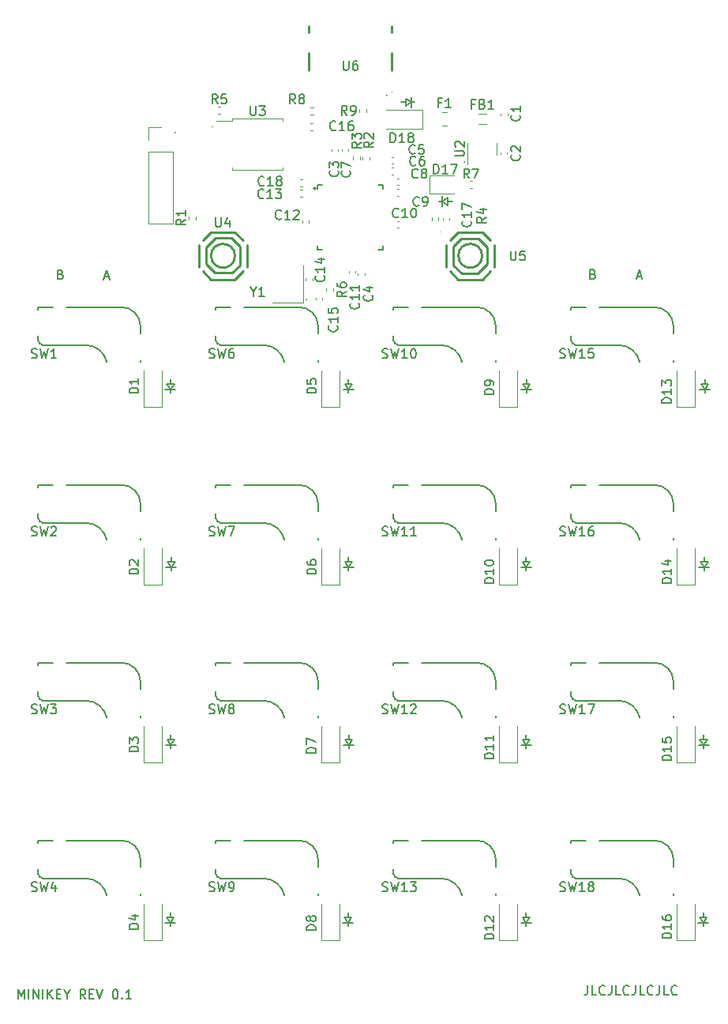
<source format=gbr>
%TF.GenerationSoftware,KiCad,Pcbnew,6.0.9-8da3e8f707~116~ubuntu20.04.1*%
%TF.CreationDate,2023-04-01T10:59:08+02:00*%
%TF.ProjectId,minikey,6d696e69-6b65-4792-9e6b-696361645f70,rev?*%
%TF.SameCoordinates,Original*%
%TF.FileFunction,Legend,Top*%
%TF.FilePolarity,Positive*%
%FSLAX46Y46*%
G04 Gerber Fmt 4.6, Leading zero omitted, Abs format (unit mm)*
G04 Created by KiCad (PCBNEW 6.0.9-8da3e8f707~116~ubuntu20.04.1) date 2023-04-01 10:59:08*
%MOMM*%
%LPD*%
G01*
G04 APERTURE LIST*
%ADD10C,0.150000*%
%ADD11C,0.120000*%
%ADD12C,0.254001*%
%ADD13C,0.059995*%
%ADD14C,0.127000*%
%ADD15C,0.200000*%
G04 APERTURE END LIST*
D10*
X183590952Y-165002380D02*
X183590952Y-165716666D01*
X183543333Y-165859523D01*
X183448095Y-165954761D01*
X183305238Y-166002380D01*
X183210000Y-166002380D01*
X184543333Y-166002380D02*
X184067142Y-166002380D01*
X184067142Y-165002380D01*
X185448095Y-165907142D02*
X185400476Y-165954761D01*
X185257619Y-166002380D01*
X185162380Y-166002380D01*
X185019523Y-165954761D01*
X184924285Y-165859523D01*
X184876666Y-165764285D01*
X184829047Y-165573809D01*
X184829047Y-165430952D01*
X184876666Y-165240476D01*
X184924285Y-165145238D01*
X185019523Y-165050000D01*
X185162380Y-165002380D01*
X185257619Y-165002380D01*
X185400476Y-165050000D01*
X185448095Y-165097619D01*
X186162380Y-165002380D02*
X186162380Y-165716666D01*
X186114761Y-165859523D01*
X186019523Y-165954761D01*
X185876666Y-166002380D01*
X185781428Y-166002380D01*
X187114761Y-166002380D02*
X186638571Y-166002380D01*
X186638571Y-165002380D01*
X188019523Y-165907142D02*
X187971904Y-165954761D01*
X187829047Y-166002380D01*
X187733809Y-166002380D01*
X187590952Y-165954761D01*
X187495714Y-165859523D01*
X187448095Y-165764285D01*
X187400476Y-165573809D01*
X187400476Y-165430952D01*
X187448095Y-165240476D01*
X187495714Y-165145238D01*
X187590952Y-165050000D01*
X187733809Y-165002380D01*
X187829047Y-165002380D01*
X187971904Y-165050000D01*
X188019523Y-165097619D01*
X188733809Y-165002380D02*
X188733809Y-165716666D01*
X188686190Y-165859523D01*
X188590952Y-165954761D01*
X188448095Y-166002380D01*
X188352857Y-166002380D01*
X189686190Y-166002380D02*
X189210000Y-166002380D01*
X189210000Y-165002380D01*
X190590952Y-165907142D02*
X190543333Y-165954761D01*
X190400476Y-166002380D01*
X190305238Y-166002380D01*
X190162380Y-165954761D01*
X190067142Y-165859523D01*
X190019523Y-165764285D01*
X189971904Y-165573809D01*
X189971904Y-165430952D01*
X190019523Y-165240476D01*
X190067142Y-165145238D01*
X190162380Y-165050000D01*
X190305238Y-165002380D01*
X190400476Y-165002380D01*
X190543333Y-165050000D01*
X190590952Y-165097619D01*
X191305238Y-165002380D02*
X191305238Y-165716666D01*
X191257619Y-165859523D01*
X191162380Y-165954761D01*
X191019523Y-166002380D01*
X190924285Y-166002380D01*
X192257619Y-166002380D02*
X191781428Y-166002380D01*
X191781428Y-165002380D01*
X193162380Y-165907142D02*
X193114761Y-165954761D01*
X192971904Y-166002380D01*
X192876666Y-166002380D01*
X192733809Y-165954761D01*
X192638571Y-165859523D01*
X192590952Y-165764285D01*
X192543333Y-165573809D01*
X192543333Y-165430952D01*
X192590952Y-165240476D01*
X192638571Y-165145238D01*
X192733809Y-165050000D01*
X192876666Y-165002380D01*
X192971904Y-165002380D01*
X193114761Y-165050000D01*
X193162380Y-165097619D01*
X176440000Y-120180000D02*
X177540000Y-120180000D01*
X139280000Y-138620000D02*
X138880000Y-139220000D01*
X195470000Y-139220000D02*
X196570000Y-139220000D01*
X167630000Y-80980000D02*
X168020000Y-80980000D01*
X195630000Y-138620000D02*
X196420000Y-138620000D01*
X176640000Y-100520000D02*
X177430000Y-100520000D01*
X157550000Y-119580000D02*
X158340000Y-119580000D01*
X177035000Y-100520000D02*
X177030000Y-100020000D01*
X177380000Y-157670000D02*
X176980000Y-158270000D01*
X196500000Y-119570000D02*
X196100000Y-120170000D01*
X195770000Y-100510000D02*
X196560000Y-100510000D01*
X176980000Y-158260000D02*
X176590000Y-157670000D01*
X195440000Y-158270000D02*
X196540000Y-158270000D01*
X157880000Y-158660000D02*
X157880000Y-158270000D01*
X177030000Y-101110000D02*
X176640000Y-100520000D01*
X158340000Y-119580000D02*
X157940000Y-120180000D01*
X138330000Y-139220000D02*
X139430000Y-139220000D01*
X157985000Y-138620000D02*
X157980000Y-138120000D01*
X157560000Y-100530000D02*
X158350000Y-100530000D01*
X196165000Y-100510000D02*
X196160000Y-100010000D01*
X196160000Y-101490000D02*
X196160000Y-101100000D01*
X139240000Y-157660000D02*
X138840000Y-158260000D01*
X195990000Y-158260000D02*
X195600000Y-157670000D01*
X177000000Y-139600000D02*
X177000000Y-139210000D01*
X139376569Y-73580000D02*
G75*
G03*
X139376569Y-73580000I-56569J0D01*
G01*
X138390000Y-120180000D02*
X139490000Y-120180000D01*
X177000000Y-139210000D02*
X176610000Y-138620000D01*
X176480000Y-101120000D02*
X177580000Y-101120000D01*
X168020000Y-80980000D02*
X168610000Y-80590000D01*
X138885000Y-138620000D02*
X138880000Y-138120000D01*
X168610000Y-80590000D02*
X168610000Y-81380000D01*
X176985000Y-157670000D02*
X176980000Y-157170000D01*
X168010000Y-80430000D02*
X168010000Y-81530000D01*
X164070000Y-69940000D02*
X164670000Y-70340000D01*
X138450000Y-157660000D02*
X139240000Y-157660000D01*
X138290000Y-158260000D02*
X139390000Y-158260000D01*
X157430000Y-139220000D02*
X158530000Y-139220000D01*
X176980000Y-158650000D02*
X176980000Y-158260000D01*
X138845000Y-157660000D02*
X138840000Y-157160000D01*
X157590000Y-138620000D02*
X158380000Y-138620000D01*
X177005000Y-138620000D02*
X177000000Y-138120000D01*
X177430000Y-100520000D02*
X177030000Y-101120000D01*
X157885000Y-157680000D02*
X157880000Y-157180000D01*
X138940000Y-120560000D02*
X138940000Y-120170000D01*
X158350000Y-100530000D02*
X157950000Y-101130000D01*
X196390000Y-157670000D02*
X195990000Y-158270000D01*
X164670000Y-70890000D02*
X164670000Y-69790000D01*
X195600000Y-157670000D02*
X196390000Y-157670000D01*
X196020000Y-139600000D02*
X196020000Y-139210000D01*
X168610000Y-80985000D02*
X169110000Y-80980000D01*
X157400000Y-101130000D02*
X158500000Y-101130000D01*
X196160000Y-101100000D02*
X195770000Y-100510000D01*
X176610000Y-138620000D02*
X177400000Y-138620000D01*
X195990000Y-158650000D02*
X195990000Y-158260000D01*
X157880000Y-158270000D02*
X157490000Y-157680000D01*
X176590000Y-157670000D02*
X177380000Y-157670000D01*
X164660000Y-70340000D02*
X164070000Y-70730000D01*
X157945000Y-119580000D02*
X157940000Y-119080000D01*
X158380000Y-138620000D02*
X157980000Y-139220000D01*
X196420000Y-138620000D02*
X196020000Y-139220000D01*
X177400000Y-138620000D02*
X177000000Y-139220000D01*
X196105000Y-119570000D02*
X196100000Y-119070000D01*
X157980000Y-139210000D02*
X157590000Y-138620000D01*
X138880000Y-139210000D02*
X138490000Y-138620000D01*
X138880000Y-139600000D02*
X138880000Y-139210000D01*
X157940000Y-120560000D02*
X157940000Y-120170000D01*
X138460000Y-100520000D02*
X139250000Y-100520000D01*
X195610000Y-101110000D02*
X196710000Y-101110000D01*
X139340000Y-119580000D02*
X138940000Y-120180000D01*
X176450000Y-139220000D02*
X177550000Y-139220000D01*
X157950000Y-101510000D02*
X157950000Y-101120000D01*
X196020000Y-139210000D02*
X195630000Y-138620000D01*
X138550000Y-119580000D02*
X139340000Y-119580000D01*
X138490000Y-138620000D02*
X139280000Y-138620000D01*
X139250000Y-100520000D02*
X138850000Y-101120000D01*
X165050000Y-70340000D02*
X164660000Y-70340000D01*
X196100000Y-120160000D02*
X195710000Y-119570000D01*
X168610000Y-81380000D02*
X168010000Y-80980000D01*
X196560000Y-100510000D02*
X196160000Y-101110000D01*
X157980000Y-139600000D02*
X157980000Y-139210000D01*
X157940000Y-120170000D02*
X157550000Y-119580000D01*
X138940000Y-120170000D02*
X138550000Y-119580000D01*
X176990000Y-120170000D02*
X176600000Y-119580000D01*
X138855000Y-100520000D02*
X138850000Y-100020000D01*
X162060001Y-69600000D02*
G75*
G03*
X162060001Y-69600000I-56569J0D01*
G01*
X157955000Y-100530000D02*
X157950000Y-100030000D01*
X176995000Y-119580000D02*
X176990000Y-119080000D01*
X158280000Y-157680000D02*
X157880000Y-158280000D01*
X138850000Y-101110000D02*
X138460000Y-100520000D01*
X138945000Y-119580000D02*
X138940000Y-119080000D01*
X176600000Y-119580000D02*
X177390000Y-119580000D01*
X138840000Y-158640000D02*
X138840000Y-158250000D01*
X157330000Y-158280000D02*
X158430000Y-158280000D01*
X176990000Y-120560000D02*
X176990000Y-120170000D01*
X164070000Y-70335000D02*
X163570000Y-70340000D01*
X195995000Y-157670000D02*
X195990000Y-157170000D01*
X138850000Y-101500000D02*
X138850000Y-101110000D01*
X138840000Y-158250000D02*
X138450000Y-157660000D01*
X153466569Y-91473432D02*
G75*
G03*
X153466569Y-91473432I-56569J0D01*
G01*
X177390000Y-119580000D02*
X176990000Y-120180000D01*
X196025000Y-138620000D02*
X196020000Y-138120000D01*
X157390000Y-120180000D02*
X158490000Y-120180000D01*
X196100000Y-120550000D02*
X196100000Y-120160000D01*
X176430000Y-158270000D02*
X177530000Y-158270000D01*
X157950000Y-101120000D02*
X157560000Y-100530000D01*
X195710000Y-119570000D02*
X196500000Y-119570000D01*
X164070000Y-70730000D02*
X164070000Y-69940000D01*
X157490000Y-157680000D02*
X158280000Y-157680000D01*
X143350001Y-72950000D02*
G75*
G03*
X143350001Y-72950000I-56569J0D01*
G01*
X177030000Y-101500000D02*
X177030000Y-101110000D01*
X170410001Y-76750000D02*
G75*
G03*
X170410001Y-76750000I-56569J0D01*
G01*
X195550000Y-120170000D02*
X196650000Y-120170000D01*
X138300000Y-101120000D02*
X139400000Y-101120000D01*
X184181428Y-88758571D02*
X184324285Y-88806190D01*
X184371904Y-88853809D01*
X184419523Y-88949047D01*
X184419523Y-89091904D01*
X184371904Y-89187142D01*
X184324285Y-89234761D01*
X184229047Y-89282380D01*
X183848095Y-89282380D01*
X183848095Y-88282380D01*
X184181428Y-88282380D01*
X184276666Y-88330000D01*
X184324285Y-88377619D01*
X184371904Y-88472857D01*
X184371904Y-88568095D01*
X184324285Y-88663333D01*
X184276666Y-88710952D01*
X184181428Y-88758571D01*
X183848095Y-88758571D01*
X127071428Y-88788571D02*
X127214285Y-88836190D01*
X127261904Y-88883809D01*
X127309523Y-88979047D01*
X127309523Y-89121904D01*
X127261904Y-89217142D01*
X127214285Y-89264761D01*
X127119047Y-89312380D01*
X126738095Y-89312380D01*
X126738095Y-88312380D01*
X127071428Y-88312380D01*
X127166666Y-88360000D01*
X127214285Y-88407619D01*
X127261904Y-88502857D01*
X127261904Y-88598095D01*
X127214285Y-88693333D01*
X127166666Y-88740952D01*
X127071428Y-88788571D01*
X126738095Y-88788571D01*
X131771904Y-89036666D02*
X132248095Y-89036666D01*
X131676666Y-89322380D02*
X132010000Y-88322380D01*
X132343333Y-89322380D01*
X122512380Y-166432380D02*
X122512380Y-165432380D01*
X122845714Y-166146666D01*
X123179047Y-165432380D01*
X123179047Y-166432380D01*
X123655238Y-166432380D02*
X123655238Y-165432380D01*
X124131428Y-166432380D02*
X124131428Y-165432380D01*
X124702857Y-166432380D01*
X124702857Y-165432380D01*
X125179047Y-166432380D02*
X125179047Y-165432380D01*
X125655238Y-166432380D02*
X125655238Y-165432380D01*
X126226666Y-166432380D02*
X125798095Y-165860952D01*
X126226666Y-165432380D02*
X125655238Y-166003809D01*
X126655238Y-165908571D02*
X126988571Y-165908571D01*
X127131428Y-166432380D02*
X126655238Y-166432380D01*
X126655238Y-165432380D01*
X127131428Y-165432380D01*
X127750476Y-165956190D02*
X127750476Y-166432380D01*
X127417142Y-165432380D02*
X127750476Y-165956190D01*
X128083809Y-165432380D01*
X129750476Y-166432380D02*
X129417142Y-165956190D01*
X129179047Y-166432380D02*
X129179047Y-165432380D01*
X129560000Y-165432380D01*
X129655238Y-165480000D01*
X129702857Y-165527619D01*
X129750476Y-165622857D01*
X129750476Y-165765714D01*
X129702857Y-165860952D01*
X129655238Y-165908571D01*
X129560000Y-165956190D01*
X129179047Y-165956190D01*
X130179047Y-165908571D02*
X130512380Y-165908571D01*
X130655238Y-166432380D02*
X130179047Y-166432380D01*
X130179047Y-165432380D01*
X130655238Y-165432380D01*
X130940952Y-165432380D02*
X131274285Y-166432380D01*
X131607619Y-165432380D01*
X132893333Y-165432380D02*
X132988571Y-165432380D01*
X133083809Y-165480000D01*
X133131428Y-165527619D01*
X133179047Y-165622857D01*
X133226666Y-165813333D01*
X133226666Y-166051428D01*
X133179047Y-166241904D01*
X133131428Y-166337142D01*
X133083809Y-166384761D01*
X132988571Y-166432380D01*
X132893333Y-166432380D01*
X132798095Y-166384761D01*
X132750476Y-166337142D01*
X132702857Y-166241904D01*
X132655238Y-166051428D01*
X132655238Y-165813333D01*
X132702857Y-165622857D01*
X132750476Y-165527619D01*
X132798095Y-165480000D01*
X132893333Y-165432380D01*
X133655238Y-166337142D02*
X133702857Y-166384761D01*
X133655238Y-166432380D01*
X133607619Y-166384761D01*
X133655238Y-166337142D01*
X133655238Y-166432380D01*
X134655238Y-166432380D02*
X134083809Y-166432380D01*
X134369523Y-166432380D02*
X134369523Y-165432380D01*
X134274285Y-165575238D01*
X134179047Y-165670476D01*
X134083809Y-165718095D01*
X188881904Y-89006666D02*
X189358095Y-89006666D01*
X188786666Y-89292380D02*
X189120000Y-88292380D01*
X189453333Y-89292380D01*
%TO.C,FB1*%
X171466666Y-70528571D02*
X171133333Y-70528571D01*
X171133333Y-71052380D02*
X171133333Y-70052380D01*
X171609523Y-70052380D01*
X172323809Y-70528571D02*
X172466666Y-70576190D01*
X172514285Y-70623809D01*
X172561904Y-70719047D01*
X172561904Y-70861904D01*
X172514285Y-70957142D01*
X172466666Y-71004761D01*
X172371428Y-71052380D01*
X171990476Y-71052380D01*
X171990476Y-70052380D01*
X172323809Y-70052380D01*
X172419047Y-70100000D01*
X172466666Y-70147619D01*
X172514285Y-70242857D01*
X172514285Y-70338095D01*
X172466666Y-70433333D01*
X172419047Y-70480952D01*
X172323809Y-70528571D01*
X171990476Y-70528571D01*
X173514285Y-71052380D02*
X172942857Y-71052380D01*
X173228571Y-71052380D02*
X173228571Y-70052380D01*
X173133333Y-70195238D01*
X173038095Y-70290476D01*
X172942857Y-70338095D01*
%TO.C,Y1*%
X147723809Y-90646190D02*
X147723809Y-91122380D01*
X147390476Y-90122380D02*
X147723809Y-90646190D01*
X148057142Y-90122380D01*
X148914285Y-91122380D02*
X148342857Y-91122380D01*
X148628571Y-91122380D02*
X148628571Y-90122380D01*
X148533333Y-90265238D01*
X148438095Y-90360476D01*
X148342857Y-90408095D01*
%TO.C,D1*%
X135421880Y-101512595D02*
X134421880Y-101512595D01*
X134421880Y-101274500D01*
X134469500Y-101131642D01*
X134564738Y-101036404D01*
X134659976Y-100988785D01*
X134850452Y-100941166D01*
X134993309Y-100941166D01*
X135183785Y-100988785D01*
X135279023Y-101036404D01*
X135374261Y-101131642D01*
X135421880Y-101274500D01*
X135421880Y-101512595D01*
X135421880Y-99988785D02*
X135421880Y-100560214D01*
X135421880Y-100274500D02*
X134421880Y-100274500D01*
X134564738Y-100369738D01*
X134659976Y-100464976D01*
X134707595Y-100560214D01*
%TO.C,D15*%
X192572380Y-140874285D02*
X191572380Y-140874285D01*
X191572380Y-140636190D01*
X191620000Y-140493333D01*
X191715238Y-140398095D01*
X191810476Y-140350476D01*
X192000952Y-140302857D01*
X192143809Y-140302857D01*
X192334285Y-140350476D01*
X192429523Y-140398095D01*
X192524761Y-140493333D01*
X192572380Y-140636190D01*
X192572380Y-140874285D01*
X192572380Y-139350476D02*
X192572380Y-139921904D01*
X192572380Y-139636190D02*
X191572380Y-139636190D01*
X191715238Y-139731428D01*
X191810476Y-139826666D01*
X191858095Y-139921904D01*
X191572380Y-138445714D02*
X191572380Y-138921904D01*
X192048571Y-138969523D01*
X192000952Y-138921904D01*
X191953333Y-138826666D01*
X191953333Y-138588571D01*
X192000952Y-138493333D01*
X192048571Y-138445714D01*
X192143809Y-138398095D01*
X192381904Y-138398095D01*
X192477142Y-138445714D01*
X192524761Y-138493333D01*
X192572380Y-138588571D01*
X192572380Y-138826666D01*
X192524761Y-138921904D01*
X192477142Y-138969523D01*
%TO.C,D6*%
X154472380Y-120898095D02*
X153472380Y-120898095D01*
X153472380Y-120660000D01*
X153520000Y-120517142D01*
X153615238Y-120421904D01*
X153710476Y-120374285D01*
X153900952Y-120326666D01*
X154043809Y-120326666D01*
X154234285Y-120374285D01*
X154329523Y-120421904D01*
X154424761Y-120517142D01*
X154472380Y-120660000D01*
X154472380Y-120898095D01*
X153472380Y-119469523D02*
X153472380Y-119660000D01*
X153520000Y-119755238D01*
X153567619Y-119802857D01*
X153710476Y-119898095D01*
X153900952Y-119945714D01*
X154281904Y-119945714D01*
X154377142Y-119898095D01*
X154424761Y-119850476D01*
X154472380Y-119755238D01*
X154472380Y-119564761D01*
X154424761Y-119469523D01*
X154377142Y-119421904D01*
X154281904Y-119374285D01*
X154043809Y-119374285D01*
X153948571Y-119421904D01*
X153900952Y-119469523D01*
X153853333Y-119564761D01*
X153853333Y-119755238D01*
X153900952Y-119850476D01*
X153948571Y-119898095D01*
X154043809Y-119945714D01*
%TO.C,*%
%TO.C,R9*%
X157783333Y-71712380D02*
X157450000Y-71236190D01*
X157211904Y-71712380D02*
X157211904Y-70712380D01*
X157592857Y-70712380D01*
X157688095Y-70760000D01*
X157735714Y-70807619D01*
X157783333Y-70902857D01*
X157783333Y-71045714D01*
X157735714Y-71140952D01*
X157688095Y-71188571D01*
X157592857Y-71236190D01*
X157211904Y-71236190D01*
X158259523Y-71712380D02*
X158450000Y-71712380D01*
X158545238Y-71664761D01*
X158592857Y-71617142D01*
X158688095Y-71474285D01*
X158735714Y-71283809D01*
X158735714Y-70902857D01*
X158688095Y-70807619D01*
X158640476Y-70760000D01*
X158545238Y-70712380D01*
X158354761Y-70712380D01*
X158259523Y-70760000D01*
X158211904Y-70807619D01*
X158164285Y-70902857D01*
X158164285Y-71140952D01*
X158211904Y-71236190D01*
X158259523Y-71283809D01*
X158354761Y-71331428D01*
X158545238Y-71331428D01*
X158640476Y-71283809D01*
X158688095Y-71236190D01*
X158735714Y-71140952D01*
%TO.C,*%
%TO.C,R7*%
X170905833Y-78482380D02*
X170572500Y-78006190D01*
X170334404Y-78482380D02*
X170334404Y-77482380D01*
X170715357Y-77482380D01*
X170810595Y-77530000D01*
X170858214Y-77577619D01*
X170905833Y-77672857D01*
X170905833Y-77815714D01*
X170858214Y-77910952D01*
X170810595Y-77958571D01*
X170715357Y-78006190D01*
X170334404Y-78006190D01*
X171239166Y-77482380D02*
X171905833Y-77482380D01*
X171477261Y-78482380D01*
%TO.C,C8*%
X165383333Y-78377142D02*
X165335714Y-78424761D01*
X165192857Y-78472380D01*
X165097619Y-78472380D01*
X164954761Y-78424761D01*
X164859523Y-78329523D01*
X164811904Y-78234285D01*
X164764285Y-78043809D01*
X164764285Y-77900952D01*
X164811904Y-77710476D01*
X164859523Y-77615238D01*
X164954761Y-77520000D01*
X165097619Y-77472380D01*
X165192857Y-77472380D01*
X165335714Y-77520000D01*
X165383333Y-77567619D01*
X165954761Y-77900952D02*
X165859523Y-77853333D01*
X165811904Y-77805714D01*
X165764285Y-77710476D01*
X165764285Y-77662857D01*
X165811904Y-77567619D01*
X165859523Y-77520000D01*
X165954761Y-77472380D01*
X166145238Y-77472380D01*
X166240476Y-77520000D01*
X166288095Y-77567619D01*
X166335714Y-77662857D01*
X166335714Y-77710476D01*
X166288095Y-77805714D01*
X166240476Y-77853333D01*
X166145238Y-77900952D01*
X165954761Y-77900952D01*
X165859523Y-77948571D01*
X165811904Y-77996190D01*
X165764285Y-78091428D01*
X165764285Y-78281904D01*
X165811904Y-78377142D01*
X165859523Y-78424761D01*
X165954761Y-78472380D01*
X166145238Y-78472380D01*
X166240476Y-78424761D01*
X166288095Y-78377142D01*
X166335714Y-78281904D01*
X166335714Y-78091428D01*
X166288095Y-77996190D01*
X166240476Y-77948571D01*
X166145238Y-77900952D01*
%TO.C,D16*%
X192572380Y-159914285D02*
X191572380Y-159914285D01*
X191572380Y-159676190D01*
X191620000Y-159533333D01*
X191715238Y-159438095D01*
X191810476Y-159390476D01*
X192000952Y-159342857D01*
X192143809Y-159342857D01*
X192334285Y-159390476D01*
X192429523Y-159438095D01*
X192524761Y-159533333D01*
X192572380Y-159676190D01*
X192572380Y-159914285D01*
X192572380Y-158390476D02*
X192572380Y-158961904D01*
X192572380Y-158676190D02*
X191572380Y-158676190D01*
X191715238Y-158771428D01*
X191810476Y-158866666D01*
X191858095Y-158961904D01*
X191572380Y-157533333D02*
X191572380Y-157723809D01*
X191620000Y-157819047D01*
X191667619Y-157866666D01*
X191810476Y-157961904D01*
X192000952Y-158009523D01*
X192381904Y-158009523D01*
X192477142Y-157961904D01*
X192524761Y-157914285D01*
X192572380Y-157819047D01*
X192572380Y-157628571D01*
X192524761Y-157533333D01*
X192477142Y-157485714D01*
X192381904Y-157438095D01*
X192143809Y-157438095D01*
X192048571Y-157485714D01*
X192000952Y-157533333D01*
X191953333Y-157628571D01*
X191953333Y-157819047D01*
X192000952Y-157914285D01*
X192048571Y-157961904D01*
X192143809Y-158009523D01*
%TO.C,R5*%
X143913333Y-70492380D02*
X143580000Y-70016190D01*
X143341904Y-70492380D02*
X143341904Y-69492380D01*
X143722857Y-69492380D01*
X143818095Y-69540000D01*
X143865714Y-69587619D01*
X143913333Y-69682857D01*
X143913333Y-69825714D01*
X143865714Y-69920952D01*
X143818095Y-69968571D01*
X143722857Y-70016190D01*
X143341904Y-70016190D01*
X144818095Y-69492380D02*
X144341904Y-69492380D01*
X144294285Y-69968571D01*
X144341904Y-69920952D01*
X144437142Y-69873333D01*
X144675238Y-69873333D01*
X144770476Y-69920952D01*
X144818095Y-69968571D01*
X144865714Y-70063809D01*
X144865714Y-70301904D01*
X144818095Y-70397142D01*
X144770476Y-70444761D01*
X144675238Y-70492380D01*
X144437142Y-70492380D01*
X144341904Y-70444761D01*
X144294285Y-70397142D01*
%TO.C,U6*%
X157388095Y-65902380D02*
X157388095Y-66711904D01*
X157435714Y-66807142D01*
X157483333Y-66854761D01*
X157578571Y-66902380D01*
X157769047Y-66902380D01*
X157864285Y-66854761D01*
X157911904Y-66807142D01*
X157959523Y-66711904D01*
X157959523Y-65902380D01*
X158864285Y-65902380D02*
X158673809Y-65902380D01*
X158578571Y-65950000D01*
X158530952Y-65997619D01*
X158435714Y-66140476D01*
X158388095Y-66330952D01*
X158388095Y-66711904D01*
X158435714Y-66807142D01*
X158483333Y-66854761D01*
X158578571Y-66902380D01*
X158769047Y-66902380D01*
X158864285Y-66854761D01*
X158911904Y-66807142D01*
X158959523Y-66711904D01*
X158959523Y-66473809D01*
X158911904Y-66378571D01*
X158864285Y-66330952D01*
X158769047Y-66283333D01*
X158578571Y-66283333D01*
X158483333Y-66330952D01*
X158435714Y-66378571D01*
X158388095Y-66473809D01*
%TO.C,R3*%
X159322380Y-74616666D02*
X158846190Y-74950000D01*
X159322380Y-75188095D02*
X158322380Y-75188095D01*
X158322380Y-74807142D01*
X158370000Y-74711904D01*
X158417619Y-74664285D01*
X158512857Y-74616666D01*
X158655714Y-74616666D01*
X158750952Y-74664285D01*
X158798571Y-74711904D01*
X158846190Y-74807142D01*
X158846190Y-75188095D01*
X158322380Y-74283333D02*
X158322380Y-73664285D01*
X158703333Y-73997619D01*
X158703333Y-73854761D01*
X158750952Y-73759523D01*
X158798571Y-73711904D01*
X158893809Y-73664285D01*
X159131904Y-73664285D01*
X159227142Y-73711904D01*
X159274761Y-73759523D01*
X159322380Y-73854761D01*
X159322380Y-74140476D01*
X159274761Y-74235714D01*
X159227142Y-74283333D01*
%TO.C,C17*%
X171017142Y-83072857D02*
X171064761Y-83120476D01*
X171112380Y-83263333D01*
X171112380Y-83358571D01*
X171064761Y-83501428D01*
X170969523Y-83596666D01*
X170874285Y-83644285D01*
X170683809Y-83691904D01*
X170540952Y-83691904D01*
X170350476Y-83644285D01*
X170255238Y-83596666D01*
X170160000Y-83501428D01*
X170112380Y-83358571D01*
X170112380Y-83263333D01*
X170160000Y-83120476D01*
X170207619Y-83072857D01*
X171112380Y-82120476D02*
X171112380Y-82691904D01*
X171112380Y-82406190D02*
X170112380Y-82406190D01*
X170255238Y-82501428D01*
X170350476Y-82596666D01*
X170398095Y-82691904D01*
X170112380Y-81787142D02*
X170112380Y-81120476D01*
X171112380Y-81549047D01*
%TO.C,C14*%
X155307142Y-88952857D02*
X155354761Y-89000476D01*
X155402380Y-89143333D01*
X155402380Y-89238571D01*
X155354761Y-89381428D01*
X155259523Y-89476666D01*
X155164285Y-89524285D01*
X154973809Y-89571904D01*
X154830952Y-89571904D01*
X154640476Y-89524285D01*
X154545238Y-89476666D01*
X154450000Y-89381428D01*
X154402380Y-89238571D01*
X154402380Y-89143333D01*
X154450000Y-89000476D01*
X154497619Y-88952857D01*
X155402380Y-88000476D02*
X155402380Y-88571904D01*
X155402380Y-88286190D02*
X154402380Y-88286190D01*
X154545238Y-88381428D01*
X154640476Y-88476666D01*
X154688095Y-88571904D01*
X154735714Y-87143333D02*
X155402380Y-87143333D01*
X154354761Y-87381428D02*
X155069047Y-87619523D01*
X155069047Y-87000476D01*
%TO.C,*%
%TO.C,SW1*%
X123956666Y-97714761D02*
X124099523Y-97762380D01*
X124337619Y-97762380D01*
X124432857Y-97714761D01*
X124480476Y-97667142D01*
X124528095Y-97571904D01*
X124528095Y-97476666D01*
X124480476Y-97381428D01*
X124432857Y-97333809D01*
X124337619Y-97286190D01*
X124147142Y-97238571D01*
X124051904Y-97190952D01*
X124004285Y-97143333D01*
X123956666Y-97048095D01*
X123956666Y-96952857D01*
X124004285Y-96857619D01*
X124051904Y-96810000D01*
X124147142Y-96762380D01*
X124385238Y-96762380D01*
X124528095Y-96810000D01*
X124861428Y-96762380D02*
X125099523Y-97762380D01*
X125290000Y-97048095D01*
X125480476Y-97762380D01*
X125718571Y-96762380D01*
X126623333Y-97762380D02*
X126051904Y-97762380D01*
X126337619Y-97762380D02*
X126337619Y-96762380D01*
X126242380Y-96905238D01*
X126147142Y-97000476D01*
X126051904Y-97048095D01*
%TO.C,*%
%TO.C,R4*%
X172702380Y-82666666D02*
X172226190Y-83000000D01*
X172702380Y-83238095D02*
X171702380Y-83238095D01*
X171702380Y-82857142D01*
X171750000Y-82761904D01*
X171797619Y-82714285D01*
X171892857Y-82666666D01*
X172035714Y-82666666D01*
X172130952Y-82714285D01*
X172178571Y-82761904D01*
X172226190Y-82857142D01*
X172226190Y-83238095D01*
X172035714Y-81809523D02*
X172702380Y-81809523D01*
X171654761Y-82047619D02*
X172369047Y-82285714D01*
X172369047Y-81666666D01*
%TO.C,C6*%
X165153333Y-77037142D02*
X165105714Y-77084761D01*
X164962857Y-77132380D01*
X164867619Y-77132380D01*
X164724761Y-77084761D01*
X164629523Y-76989523D01*
X164581904Y-76894285D01*
X164534285Y-76703809D01*
X164534285Y-76560952D01*
X164581904Y-76370476D01*
X164629523Y-76275238D01*
X164724761Y-76180000D01*
X164867619Y-76132380D01*
X164962857Y-76132380D01*
X165105714Y-76180000D01*
X165153333Y-76227619D01*
X166010476Y-76132380D02*
X165820000Y-76132380D01*
X165724761Y-76180000D01*
X165677142Y-76227619D01*
X165581904Y-76370476D01*
X165534285Y-76560952D01*
X165534285Y-76941904D01*
X165581904Y-77037142D01*
X165629523Y-77084761D01*
X165724761Y-77132380D01*
X165915238Y-77132380D01*
X166010476Y-77084761D01*
X166058095Y-77037142D01*
X166105714Y-76941904D01*
X166105714Y-76703809D01*
X166058095Y-76608571D01*
X166010476Y-76560952D01*
X165915238Y-76513333D01*
X165724761Y-76513333D01*
X165629523Y-76560952D01*
X165581904Y-76608571D01*
X165534285Y-76703809D01*
%TO.C,D11*%
X173532380Y-140664285D02*
X172532380Y-140664285D01*
X172532380Y-140426190D01*
X172580000Y-140283333D01*
X172675238Y-140188095D01*
X172770476Y-140140476D01*
X172960952Y-140092857D01*
X173103809Y-140092857D01*
X173294285Y-140140476D01*
X173389523Y-140188095D01*
X173484761Y-140283333D01*
X173532380Y-140426190D01*
X173532380Y-140664285D01*
X173532380Y-139140476D02*
X173532380Y-139711904D01*
X173532380Y-139426190D02*
X172532380Y-139426190D01*
X172675238Y-139521428D01*
X172770476Y-139616666D01*
X172818095Y-139711904D01*
X173532380Y-138188095D02*
X173532380Y-138759523D01*
X173532380Y-138473809D02*
X172532380Y-138473809D01*
X172675238Y-138569047D01*
X172770476Y-138664285D01*
X172818095Y-138759523D01*
%TO.C,C11*%
X159017142Y-91862857D02*
X159064761Y-91910476D01*
X159112380Y-92053333D01*
X159112380Y-92148571D01*
X159064761Y-92291428D01*
X158969523Y-92386666D01*
X158874285Y-92434285D01*
X158683809Y-92481904D01*
X158540952Y-92481904D01*
X158350476Y-92434285D01*
X158255238Y-92386666D01*
X158160000Y-92291428D01*
X158112380Y-92148571D01*
X158112380Y-92053333D01*
X158160000Y-91910476D01*
X158207619Y-91862857D01*
X159112380Y-90910476D02*
X159112380Y-91481904D01*
X159112380Y-91196190D02*
X158112380Y-91196190D01*
X158255238Y-91291428D01*
X158350476Y-91386666D01*
X158398095Y-91481904D01*
X159112380Y-89958095D02*
X159112380Y-90529523D01*
X159112380Y-90243809D02*
X158112380Y-90243809D01*
X158255238Y-90339047D01*
X158350476Y-90434285D01*
X158398095Y-90529523D01*
%TO.C,D4*%
X135422380Y-158928095D02*
X134422380Y-158928095D01*
X134422380Y-158690000D01*
X134470000Y-158547142D01*
X134565238Y-158451904D01*
X134660476Y-158404285D01*
X134850952Y-158356666D01*
X134993809Y-158356666D01*
X135184285Y-158404285D01*
X135279523Y-158451904D01*
X135374761Y-158547142D01*
X135422380Y-158690000D01*
X135422380Y-158928095D01*
X134755714Y-157499523D02*
X135422380Y-157499523D01*
X134374761Y-157737619D02*
X135089047Y-157975714D01*
X135089047Y-157356666D01*
%TO.C,*%
%TO.C,D14*%
X192572380Y-121874285D02*
X191572380Y-121874285D01*
X191572380Y-121636190D01*
X191620000Y-121493333D01*
X191715238Y-121398095D01*
X191810476Y-121350476D01*
X192000952Y-121302857D01*
X192143809Y-121302857D01*
X192334285Y-121350476D01*
X192429523Y-121398095D01*
X192524761Y-121493333D01*
X192572380Y-121636190D01*
X192572380Y-121874285D01*
X192572380Y-120350476D02*
X192572380Y-120921904D01*
X192572380Y-120636190D02*
X191572380Y-120636190D01*
X191715238Y-120731428D01*
X191810476Y-120826666D01*
X191858095Y-120921904D01*
X191905714Y-119493333D02*
X192572380Y-119493333D01*
X191524761Y-119731428D02*
X192239047Y-119969523D01*
X192239047Y-119350476D01*
%TO.C,C9*%
X165503333Y-81377142D02*
X165455714Y-81424761D01*
X165312857Y-81472380D01*
X165217619Y-81472380D01*
X165074761Y-81424761D01*
X164979523Y-81329523D01*
X164931904Y-81234285D01*
X164884285Y-81043809D01*
X164884285Y-80900952D01*
X164931904Y-80710476D01*
X164979523Y-80615238D01*
X165074761Y-80520000D01*
X165217619Y-80472380D01*
X165312857Y-80472380D01*
X165455714Y-80520000D01*
X165503333Y-80567619D01*
X165979523Y-81472380D02*
X166170000Y-81472380D01*
X166265238Y-81424761D01*
X166312857Y-81377142D01*
X166408095Y-81234285D01*
X166455714Y-81043809D01*
X166455714Y-80662857D01*
X166408095Y-80567619D01*
X166360476Y-80520000D01*
X166265238Y-80472380D01*
X166074761Y-80472380D01*
X165979523Y-80520000D01*
X165931904Y-80567619D01*
X165884285Y-80662857D01*
X165884285Y-80900952D01*
X165931904Y-80996190D01*
X165979523Y-81043809D01*
X166074761Y-81091428D01*
X166265238Y-81091428D01*
X166360476Y-81043809D01*
X166408095Y-80996190D01*
X166455714Y-80900952D01*
%TO.C,SW10*%
X161580476Y-97714761D02*
X161723333Y-97762380D01*
X161961428Y-97762380D01*
X162056666Y-97714761D01*
X162104285Y-97667142D01*
X162151904Y-97571904D01*
X162151904Y-97476666D01*
X162104285Y-97381428D01*
X162056666Y-97333809D01*
X161961428Y-97286190D01*
X161770952Y-97238571D01*
X161675714Y-97190952D01*
X161628095Y-97143333D01*
X161580476Y-97048095D01*
X161580476Y-96952857D01*
X161628095Y-96857619D01*
X161675714Y-96810000D01*
X161770952Y-96762380D01*
X162009047Y-96762380D01*
X162151904Y-96810000D01*
X162485238Y-96762380D02*
X162723333Y-97762380D01*
X162913809Y-97048095D01*
X163104285Y-97762380D01*
X163342380Y-96762380D01*
X164247142Y-97762380D02*
X163675714Y-97762380D01*
X163961428Y-97762380D02*
X163961428Y-96762380D01*
X163866190Y-96905238D01*
X163770952Y-97000476D01*
X163675714Y-97048095D01*
X164866190Y-96762380D02*
X164961428Y-96762380D01*
X165056666Y-96810000D01*
X165104285Y-96857619D01*
X165151904Y-96952857D01*
X165199523Y-97143333D01*
X165199523Y-97381428D01*
X165151904Y-97571904D01*
X165104285Y-97667142D01*
X165056666Y-97714761D01*
X164961428Y-97762380D01*
X164866190Y-97762380D01*
X164770952Y-97714761D01*
X164723333Y-97667142D01*
X164675714Y-97571904D01*
X164628095Y-97381428D01*
X164628095Y-97143333D01*
X164675714Y-96952857D01*
X164723333Y-96857619D01*
X164770952Y-96810000D01*
X164866190Y-96762380D01*
%TO.C,SW17*%
X180630476Y-135814761D02*
X180773333Y-135862380D01*
X181011428Y-135862380D01*
X181106666Y-135814761D01*
X181154285Y-135767142D01*
X181201904Y-135671904D01*
X181201904Y-135576666D01*
X181154285Y-135481428D01*
X181106666Y-135433809D01*
X181011428Y-135386190D01*
X180820952Y-135338571D01*
X180725714Y-135290952D01*
X180678095Y-135243333D01*
X180630476Y-135148095D01*
X180630476Y-135052857D01*
X180678095Y-134957619D01*
X180725714Y-134910000D01*
X180820952Y-134862380D01*
X181059047Y-134862380D01*
X181201904Y-134910000D01*
X181535238Y-134862380D02*
X181773333Y-135862380D01*
X181963809Y-135148095D01*
X182154285Y-135862380D01*
X182392380Y-134862380D01*
X183297142Y-135862380D02*
X182725714Y-135862380D01*
X183011428Y-135862380D02*
X183011428Y-134862380D01*
X182916190Y-135005238D01*
X182820952Y-135100476D01*
X182725714Y-135148095D01*
X183630476Y-134862380D02*
X184297142Y-134862380D01*
X183868571Y-135862380D01*
%TO.C,D17*%
X167068214Y-77992380D02*
X167068214Y-76992380D01*
X167306309Y-76992380D01*
X167449166Y-77040000D01*
X167544404Y-77135238D01*
X167592023Y-77230476D01*
X167639642Y-77420952D01*
X167639642Y-77563809D01*
X167592023Y-77754285D01*
X167544404Y-77849523D01*
X167449166Y-77944761D01*
X167306309Y-77992380D01*
X167068214Y-77992380D01*
X168592023Y-77992380D02*
X168020595Y-77992380D01*
X168306309Y-77992380D02*
X168306309Y-76992380D01*
X168211071Y-77135238D01*
X168115833Y-77230476D01*
X168020595Y-77278095D01*
X168925357Y-76992380D02*
X169592023Y-76992380D01*
X169163452Y-77992380D01*
%TO.C,*%
%TO.C,C3*%
X156807142Y-77666666D02*
X156854761Y-77714285D01*
X156902380Y-77857142D01*
X156902380Y-77952380D01*
X156854761Y-78095238D01*
X156759523Y-78190476D01*
X156664285Y-78238095D01*
X156473809Y-78285714D01*
X156330952Y-78285714D01*
X156140476Y-78238095D01*
X156045238Y-78190476D01*
X155950000Y-78095238D01*
X155902380Y-77952380D01*
X155902380Y-77857142D01*
X155950000Y-77714285D01*
X155997619Y-77666666D01*
X155902380Y-77333333D02*
X155902380Y-76714285D01*
X156283333Y-77047619D01*
X156283333Y-76904761D01*
X156330952Y-76809523D01*
X156378571Y-76761904D01*
X156473809Y-76714285D01*
X156711904Y-76714285D01*
X156807142Y-76761904D01*
X156854761Y-76809523D01*
X156902380Y-76904761D01*
X156902380Y-77190476D01*
X156854761Y-77285714D01*
X156807142Y-77333333D01*
%TO.C,D7*%
X154462380Y-140058095D02*
X153462380Y-140058095D01*
X153462380Y-139820000D01*
X153510000Y-139677142D01*
X153605238Y-139581904D01*
X153700476Y-139534285D01*
X153890952Y-139486666D01*
X154033809Y-139486666D01*
X154224285Y-139534285D01*
X154319523Y-139581904D01*
X154414761Y-139677142D01*
X154462380Y-139820000D01*
X154462380Y-140058095D01*
X153462380Y-139153333D02*
X153462380Y-138486666D01*
X154462380Y-138915238D01*
%TO.C,C12*%
X150737142Y-82797142D02*
X150689523Y-82844761D01*
X150546666Y-82892380D01*
X150451428Y-82892380D01*
X150308571Y-82844761D01*
X150213333Y-82749523D01*
X150165714Y-82654285D01*
X150118095Y-82463809D01*
X150118095Y-82320952D01*
X150165714Y-82130476D01*
X150213333Y-82035238D01*
X150308571Y-81940000D01*
X150451428Y-81892380D01*
X150546666Y-81892380D01*
X150689523Y-81940000D01*
X150737142Y-81987619D01*
X151689523Y-82892380D02*
X151118095Y-82892380D01*
X151403809Y-82892380D02*
X151403809Y-81892380D01*
X151308571Y-82035238D01*
X151213333Y-82130476D01*
X151118095Y-82178095D01*
X152070476Y-81987619D02*
X152118095Y-81940000D01*
X152213333Y-81892380D01*
X152451428Y-81892380D01*
X152546666Y-81940000D01*
X152594285Y-81987619D01*
X152641904Y-82082857D01*
X152641904Y-82178095D01*
X152594285Y-82320952D01*
X152022857Y-82892380D01*
X152641904Y-82892380D01*
%TO.C,C18*%
X148887142Y-79207142D02*
X148839523Y-79254761D01*
X148696666Y-79302380D01*
X148601428Y-79302380D01*
X148458571Y-79254761D01*
X148363333Y-79159523D01*
X148315714Y-79064285D01*
X148268095Y-78873809D01*
X148268095Y-78730952D01*
X148315714Y-78540476D01*
X148363333Y-78445238D01*
X148458571Y-78350000D01*
X148601428Y-78302380D01*
X148696666Y-78302380D01*
X148839523Y-78350000D01*
X148887142Y-78397619D01*
X149839523Y-79302380D02*
X149268095Y-79302380D01*
X149553809Y-79302380D02*
X149553809Y-78302380D01*
X149458571Y-78445238D01*
X149363333Y-78540476D01*
X149268095Y-78588095D01*
X150410952Y-78730952D02*
X150315714Y-78683333D01*
X150268095Y-78635714D01*
X150220476Y-78540476D01*
X150220476Y-78492857D01*
X150268095Y-78397619D01*
X150315714Y-78350000D01*
X150410952Y-78302380D01*
X150601428Y-78302380D01*
X150696666Y-78350000D01*
X150744285Y-78397619D01*
X150791904Y-78492857D01*
X150791904Y-78540476D01*
X150744285Y-78635714D01*
X150696666Y-78683333D01*
X150601428Y-78730952D01*
X150410952Y-78730952D01*
X150315714Y-78778571D01*
X150268095Y-78826190D01*
X150220476Y-78921428D01*
X150220476Y-79111904D01*
X150268095Y-79207142D01*
X150315714Y-79254761D01*
X150410952Y-79302380D01*
X150601428Y-79302380D01*
X150696666Y-79254761D01*
X150744285Y-79207142D01*
X150791904Y-79111904D01*
X150791904Y-78921428D01*
X150744285Y-78826190D01*
X150696666Y-78778571D01*
X150601428Y-78730952D01*
%TO.C,D12*%
X173521880Y-160014285D02*
X172521880Y-160014285D01*
X172521880Y-159776190D01*
X172569500Y-159633333D01*
X172664738Y-159538095D01*
X172759976Y-159490476D01*
X172950452Y-159442857D01*
X173093309Y-159442857D01*
X173283785Y-159490476D01*
X173379023Y-159538095D01*
X173474261Y-159633333D01*
X173521880Y-159776190D01*
X173521880Y-160014285D01*
X173521880Y-158490476D02*
X173521880Y-159061904D01*
X173521880Y-158776190D02*
X172521880Y-158776190D01*
X172664738Y-158871428D01*
X172759976Y-158966666D01*
X172807595Y-159061904D01*
X172617119Y-158109523D02*
X172569500Y-158061904D01*
X172521880Y-157966666D01*
X172521880Y-157728571D01*
X172569500Y-157633333D01*
X172617119Y-157585714D01*
X172712357Y-157538095D01*
X172807595Y-157538095D01*
X172950452Y-157585714D01*
X173521880Y-158157142D01*
X173521880Y-157538095D01*
%TO.C,*%
%TO.C,SW9*%
X143006666Y-154864761D02*
X143149523Y-154912380D01*
X143387619Y-154912380D01*
X143482857Y-154864761D01*
X143530476Y-154817142D01*
X143578095Y-154721904D01*
X143578095Y-154626666D01*
X143530476Y-154531428D01*
X143482857Y-154483809D01*
X143387619Y-154436190D01*
X143197142Y-154388571D01*
X143101904Y-154340952D01*
X143054285Y-154293333D01*
X143006666Y-154198095D01*
X143006666Y-154102857D01*
X143054285Y-154007619D01*
X143101904Y-153960000D01*
X143197142Y-153912380D01*
X143435238Y-153912380D01*
X143578095Y-153960000D01*
X143911428Y-153912380D02*
X144149523Y-154912380D01*
X144340000Y-154198095D01*
X144530476Y-154912380D01*
X144768571Y-153912380D01*
X145197142Y-154912380D02*
X145387619Y-154912380D01*
X145482857Y-154864761D01*
X145530476Y-154817142D01*
X145625714Y-154674285D01*
X145673333Y-154483809D01*
X145673333Y-154102857D01*
X145625714Y-154007619D01*
X145578095Y-153960000D01*
X145482857Y-153912380D01*
X145292380Y-153912380D01*
X145197142Y-153960000D01*
X145149523Y-154007619D01*
X145101904Y-154102857D01*
X145101904Y-154340952D01*
X145149523Y-154436190D01*
X145197142Y-154483809D01*
X145292380Y-154531428D01*
X145482857Y-154531428D01*
X145578095Y-154483809D01*
X145625714Y-154436190D01*
X145673333Y-154340952D01*
%TO.C,*%
%TO.C,U3*%
X147428095Y-70742380D02*
X147428095Y-71551904D01*
X147475714Y-71647142D01*
X147523333Y-71694761D01*
X147618571Y-71742380D01*
X147809047Y-71742380D01*
X147904285Y-71694761D01*
X147951904Y-71647142D01*
X147999523Y-71551904D01*
X147999523Y-70742380D01*
X148380476Y-70742380D02*
X148999523Y-70742380D01*
X148666190Y-71123333D01*
X148809047Y-71123333D01*
X148904285Y-71170952D01*
X148951904Y-71218571D01*
X148999523Y-71313809D01*
X148999523Y-71551904D01*
X148951904Y-71647142D01*
X148904285Y-71694761D01*
X148809047Y-71742380D01*
X148523333Y-71742380D01*
X148428095Y-71694761D01*
X148380476Y-71647142D01*
%TO.C,U4*%
X143698095Y-82702380D02*
X143698095Y-83511904D01*
X143745714Y-83607142D01*
X143793333Y-83654761D01*
X143888571Y-83702380D01*
X144079047Y-83702380D01*
X144174285Y-83654761D01*
X144221904Y-83607142D01*
X144269523Y-83511904D01*
X144269523Y-82702380D01*
X145174285Y-83035714D02*
X145174285Y-83702380D01*
X144936190Y-82654761D02*
X144698095Y-83369047D01*
X145317142Y-83369047D01*
%TO.C,D18*%
X162435714Y-74642380D02*
X162435714Y-73642380D01*
X162673809Y-73642380D01*
X162816666Y-73690000D01*
X162911904Y-73785238D01*
X162959523Y-73880476D01*
X163007142Y-74070952D01*
X163007142Y-74213809D01*
X162959523Y-74404285D01*
X162911904Y-74499523D01*
X162816666Y-74594761D01*
X162673809Y-74642380D01*
X162435714Y-74642380D01*
X163959523Y-74642380D02*
X163388095Y-74642380D01*
X163673809Y-74642380D02*
X163673809Y-73642380D01*
X163578571Y-73785238D01*
X163483333Y-73880476D01*
X163388095Y-73928095D01*
X164530952Y-74070952D02*
X164435714Y-74023333D01*
X164388095Y-73975714D01*
X164340476Y-73880476D01*
X164340476Y-73832857D01*
X164388095Y-73737619D01*
X164435714Y-73690000D01*
X164530952Y-73642380D01*
X164721428Y-73642380D01*
X164816666Y-73690000D01*
X164864285Y-73737619D01*
X164911904Y-73832857D01*
X164911904Y-73880476D01*
X164864285Y-73975714D01*
X164816666Y-74023333D01*
X164721428Y-74070952D01*
X164530952Y-74070952D01*
X164435714Y-74118571D01*
X164388095Y-74166190D01*
X164340476Y-74261428D01*
X164340476Y-74451904D01*
X164388095Y-74547142D01*
X164435714Y-74594761D01*
X164530952Y-74642380D01*
X164721428Y-74642380D01*
X164816666Y-74594761D01*
X164864285Y-74547142D01*
X164911904Y-74451904D01*
X164911904Y-74261428D01*
X164864285Y-74166190D01*
X164816666Y-74118571D01*
X164721428Y-74070952D01*
%TO.C,SW6*%
X143006666Y-97714761D02*
X143149523Y-97762380D01*
X143387619Y-97762380D01*
X143482857Y-97714761D01*
X143530476Y-97667142D01*
X143578095Y-97571904D01*
X143578095Y-97476666D01*
X143530476Y-97381428D01*
X143482857Y-97333809D01*
X143387619Y-97286190D01*
X143197142Y-97238571D01*
X143101904Y-97190952D01*
X143054285Y-97143333D01*
X143006666Y-97048095D01*
X143006666Y-96952857D01*
X143054285Y-96857619D01*
X143101904Y-96810000D01*
X143197142Y-96762380D01*
X143435238Y-96762380D01*
X143578095Y-96810000D01*
X143911428Y-96762380D02*
X144149523Y-97762380D01*
X144340000Y-97048095D01*
X144530476Y-97762380D01*
X144768571Y-96762380D01*
X145578095Y-96762380D02*
X145387619Y-96762380D01*
X145292380Y-96810000D01*
X145244761Y-96857619D01*
X145149523Y-97000476D01*
X145101904Y-97190952D01*
X145101904Y-97571904D01*
X145149523Y-97667142D01*
X145197142Y-97714761D01*
X145292380Y-97762380D01*
X145482857Y-97762380D01*
X145578095Y-97714761D01*
X145625714Y-97667142D01*
X145673333Y-97571904D01*
X145673333Y-97333809D01*
X145625714Y-97238571D01*
X145578095Y-97190952D01*
X145482857Y-97143333D01*
X145292380Y-97143333D01*
X145197142Y-97190952D01*
X145149523Y-97238571D01*
X145101904Y-97333809D01*
%TO.C,U2*%
X169342380Y-76099404D02*
X170151904Y-76099404D01*
X170247142Y-76051785D01*
X170294761Y-76004166D01*
X170342380Y-75908928D01*
X170342380Y-75718452D01*
X170294761Y-75623214D01*
X170247142Y-75575595D01*
X170151904Y-75527976D01*
X169342380Y-75527976D01*
X169437619Y-75099404D02*
X169390000Y-75051785D01*
X169342380Y-74956547D01*
X169342380Y-74718452D01*
X169390000Y-74623214D01*
X169437619Y-74575595D01*
X169532857Y-74527976D01*
X169628095Y-74527976D01*
X169770952Y-74575595D01*
X170342380Y-75147023D01*
X170342380Y-74527976D01*
%TO.C,C5*%
X165083333Y-75797142D02*
X165035714Y-75844761D01*
X164892857Y-75892380D01*
X164797619Y-75892380D01*
X164654761Y-75844761D01*
X164559523Y-75749523D01*
X164511904Y-75654285D01*
X164464285Y-75463809D01*
X164464285Y-75320952D01*
X164511904Y-75130476D01*
X164559523Y-75035238D01*
X164654761Y-74940000D01*
X164797619Y-74892380D01*
X164892857Y-74892380D01*
X165035714Y-74940000D01*
X165083333Y-74987619D01*
X165988095Y-74892380D02*
X165511904Y-74892380D01*
X165464285Y-75368571D01*
X165511904Y-75320952D01*
X165607142Y-75273333D01*
X165845238Y-75273333D01*
X165940476Y-75320952D01*
X165988095Y-75368571D01*
X166035714Y-75463809D01*
X166035714Y-75701904D01*
X165988095Y-75797142D01*
X165940476Y-75844761D01*
X165845238Y-75892380D01*
X165607142Y-75892380D01*
X165511904Y-75844761D01*
X165464285Y-75797142D01*
%TO.C,*%
%TO.C,SW11*%
X161580476Y-116764761D02*
X161723333Y-116812380D01*
X161961428Y-116812380D01*
X162056666Y-116764761D01*
X162104285Y-116717142D01*
X162151904Y-116621904D01*
X162151904Y-116526666D01*
X162104285Y-116431428D01*
X162056666Y-116383809D01*
X161961428Y-116336190D01*
X161770952Y-116288571D01*
X161675714Y-116240952D01*
X161628095Y-116193333D01*
X161580476Y-116098095D01*
X161580476Y-116002857D01*
X161628095Y-115907619D01*
X161675714Y-115860000D01*
X161770952Y-115812380D01*
X162009047Y-115812380D01*
X162151904Y-115860000D01*
X162485238Y-115812380D02*
X162723333Y-116812380D01*
X162913809Y-116098095D01*
X163104285Y-116812380D01*
X163342380Y-115812380D01*
X164247142Y-116812380D02*
X163675714Y-116812380D01*
X163961428Y-116812380D02*
X163961428Y-115812380D01*
X163866190Y-115955238D01*
X163770952Y-116050476D01*
X163675714Y-116098095D01*
X165199523Y-116812380D02*
X164628095Y-116812380D01*
X164913809Y-116812380D02*
X164913809Y-115812380D01*
X164818571Y-115955238D01*
X164723333Y-116050476D01*
X164628095Y-116098095D01*
%TO.C,*%
%TO.C,SW13*%
X161580476Y-154864761D02*
X161723333Y-154912380D01*
X161961428Y-154912380D01*
X162056666Y-154864761D01*
X162104285Y-154817142D01*
X162151904Y-154721904D01*
X162151904Y-154626666D01*
X162104285Y-154531428D01*
X162056666Y-154483809D01*
X161961428Y-154436190D01*
X161770952Y-154388571D01*
X161675714Y-154340952D01*
X161628095Y-154293333D01*
X161580476Y-154198095D01*
X161580476Y-154102857D01*
X161628095Y-154007619D01*
X161675714Y-153960000D01*
X161770952Y-153912380D01*
X162009047Y-153912380D01*
X162151904Y-153960000D01*
X162485238Y-153912380D02*
X162723333Y-154912380D01*
X162913809Y-154198095D01*
X163104285Y-154912380D01*
X163342380Y-153912380D01*
X164247142Y-154912380D02*
X163675714Y-154912380D01*
X163961428Y-154912380D02*
X163961428Y-153912380D01*
X163866190Y-154055238D01*
X163770952Y-154150476D01*
X163675714Y-154198095D01*
X164580476Y-153912380D02*
X165199523Y-153912380D01*
X164866190Y-154293333D01*
X165009047Y-154293333D01*
X165104285Y-154340952D01*
X165151904Y-154388571D01*
X165199523Y-154483809D01*
X165199523Y-154721904D01*
X165151904Y-154817142D01*
X165104285Y-154864761D01*
X165009047Y-154912380D01*
X164723333Y-154912380D01*
X164628095Y-154864761D01*
X164580476Y-154817142D01*
%TO.C,R6*%
X157712380Y-90596666D02*
X157236190Y-90930000D01*
X157712380Y-91168095D02*
X156712380Y-91168095D01*
X156712380Y-90787142D01*
X156760000Y-90691904D01*
X156807619Y-90644285D01*
X156902857Y-90596666D01*
X157045714Y-90596666D01*
X157140952Y-90644285D01*
X157188571Y-90691904D01*
X157236190Y-90787142D01*
X157236190Y-91168095D01*
X156712380Y-89739523D02*
X156712380Y-89930000D01*
X156760000Y-90025238D01*
X156807619Y-90072857D01*
X156950476Y-90168095D01*
X157140952Y-90215714D01*
X157521904Y-90215714D01*
X157617142Y-90168095D01*
X157664761Y-90120476D01*
X157712380Y-90025238D01*
X157712380Y-89834761D01*
X157664761Y-89739523D01*
X157617142Y-89691904D01*
X157521904Y-89644285D01*
X157283809Y-89644285D01*
X157188571Y-89691904D01*
X157140952Y-89739523D01*
X157093333Y-89834761D01*
X157093333Y-90025238D01*
X157140952Y-90120476D01*
X157188571Y-90168095D01*
X157283809Y-90215714D01*
%TO.C,*%
%TO.C,D8*%
X154452380Y-159058095D02*
X153452380Y-159058095D01*
X153452380Y-158820000D01*
X153500000Y-158677142D01*
X153595238Y-158581904D01*
X153690476Y-158534285D01*
X153880952Y-158486666D01*
X154023809Y-158486666D01*
X154214285Y-158534285D01*
X154309523Y-158581904D01*
X154404761Y-158677142D01*
X154452380Y-158820000D01*
X154452380Y-159058095D01*
X153880952Y-157915238D02*
X153833333Y-158010476D01*
X153785714Y-158058095D01*
X153690476Y-158105714D01*
X153642857Y-158105714D01*
X153547619Y-158058095D01*
X153500000Y-158010476D01*
X153452380Y-157915238D01*
X153452380Y-157724761D01*
X153500000Y-157629523D01*
X153547619Y-157581904D01*
X153642857Y-157534285D01*
X153690476Y-157534285D01*
X153785714Y-157581904D01*
X153833333Y-157629523D01*
X153880952Y-157724761D01*
X153880952Y-157915238D01*
X153928571Y-158010476D01*
X153976190Y-158058095D01*
X154071428Y-158105714D01*
X154261904Y-158105714D01*
X154357142Y-158058095D01*
X154404761Y-158010476D01*
X154452380Y-157915238D01*
X154452380Y-157724761D01*
X154404761Y-157629523D01*
X154357142Y-157581904D01*
X154261904Y-157534285D01*
X154071428Y-157534285D01*
X153976190Y-157581904D01*
X153928571Y-157629523D01*
X153880952Y-157724761D01*
%TO.C,C7*%
X158067142Y-77716666D02*
X158114761Y-77764285D01*
X158162380Y-77907142D01*
X158162380Y-78002380D01*
X158114761Y-78145238D01*
X158019523Y-78240476D01*
X157924285Y-78288095D01*
X157733809Y-78335714D01*
X157590952Y-78335714D01*
X157400476Y-78288095D01*
X157305238Y-78240476D01*
X157210000Y-78145238D01*
X157162380Y-78002380D01*
X157162380Y-77907142D01*
X157210000Y-77764285D01*
X157257619Y-77716666D01*
X157162380Y-77383333D02*
X157162380Y-76716666D01*
X158162380Y-77145238D01*
%TO.C,SW3*%
X123956666Y-135814761D02*
X124099523Y-135862380D01*
X124337619Y-135862380D01*
X124432857Y-135814761D01*
X124480476Y-135767142D01*
X124528095Y-135671904D01*
X124528095Y-135576666D01*
X124480476Y-135481428D01*
X124432857Y-135433809D01*
X124337619Y-135386190D01*
X124147142Y-135338571D01*
X124051904Y-135290952D01*
X124004285Y-135243333D01*
X123956666Y-135148095D01*
X123956666Y-135052857D01*
X124004285Y-134957619D01*
X124051904Y-134910000D01*
X124147142Y-134862380D01*
X124385238Y-134862380D01*
X124528095Y-134910000D01*
X124861428Y-134862380D02*
X125099523Y-135862380D01*
X125290000Y-135148095D01*
X125480476Y-135862380D01*
X125718571Y-134862380D01*
X126004285Y-134862380D02*
X126623333Y-134862380D01*
X126290000Y-135243333D01*
X126432857Y-135243333D01*
X126528095Y-135290952D01*
X126575714Y-135338571D01*
X126623333Y-135433809D01*
X126623333Y-135671904D01*
X126575714Y-135767142D01*
X126528095Y-135814761D01*
X126432857Y-135862380D01*
X126147142Y-135862380D01*
X126051904Y-135814761D01*
X126004285Y-135767142D01*
%TO.C,D13*%
X192562380Y-102584285D02*
X191562380Y-102584285D01*
X191562380Y-102346190D01*
X191610000Y-102203333D01*
X191705238Y-102108095D01*
X191800476Y-102060476D01*
X191990952Y-102012857D01*
X192133809Y-102012857D01*
X192324285Y-102060476D01*
X192419523Y-102108095D01*
X192514761Y-102203333D01*
X192562380Y-102346190D01*
X192562380Y-102584285D01*
X192562380Y-101060476D02*
X192562380Y-101631904D01*
X192562380Y-101346190D02*
X191562380Y-101346190D01*
X191705238Y-101441428D01*
X191800476Y-101536666D01*
X191848095Y-101631904D01*
X191562380Y-100727142D02*
X191562380Y-100108095D01*
X191943333Y-100441428D01*
X191943333Y-100298571D01*
X191990952Y-100203333D01*
X192038571Y-100155714D01*
X192133809Y-100108095D01*
X192371904Y-100108095D01*
X192467142Y-100155714D01*
X192514761Y-100203333D01*
X192562380Y-100298571D01*
X192562380Y-100584285D01*
X192514761Y-100679523D01*
X192467142Y-100727142D01*
%TO.C,SW12*%
X161580476Y-135814761D02*
X161723333Y-135862380D01*
X161961428Y-135862380D01*
X162056666Y-135814761D01*
X162104285Y-135767142D01*
X162151904Y-135671904D01*
X162151904Y-135576666D01*
X162104285Y-135481428D01*
X162056666Y-135433809D01*
X161961428Y-135386190D01*
X161770952Y-135338571D01*
X161675714Y-135290952D01*
X161628095Y-135243333D01*
X161580476Y-135148095D01*
X161580476Y-135052857D01*
X161628095Y-134957619D01*
X161675714Y-134910000D01*
X161770952Y-134862380D01*
X162009047Y-134862380D01*
X162151904Y-134910000D01*
X162485238Y-134862380D02*
X162723333Y-135862380D01*
X162913809Y-135148095D01*
X163104285Y-135862380D01*
X163342380Y-134862380D01*
X164247142Y-135862380D02*
X163675714Y-135862380D01*
X163961428Y-135862380D02*
X163961428Y-134862380D01*
X163866190Y-135005238D01*
X163770952Y-135100476D01*
X163675714Y-135148095D01*
X164628095Y-134957619D02*
X164675714Y-134910000D01*
X164770952Y-134862380D01*
X165009047Y-134862380D01*
X165104285Y-134910000D01*
X165151904Y-134957619D01*
X165199523Y-135052857D01*
X165199523Y-135148095D01*
X165151904Y-135290952D01*
X164580476Y-135862380D01*
X165199523Y-135862380D01*
%TO.C,SW7*%
X143006666Y-116764761D02*
X143149523Y-116812380D01*
X143387619Y-116812380D01*
X143482857Y-116764761D01*
X143530476Y-116717142D01*
X143578095Y-116621904D01*
X143578095Y-116526666D01*
X143530476Y-116431428D01*
X143482857Y-116383809D01*
X143387619Y-116336190D01*
X143197142Y-116288571D01*
X143101904Y-116240952D01*
X143054285Y-116193333D01*
X143006666Y-116098095D01*
X143006666Y-116002857D01*
X143054285Y-115907619D01*
X143101904Y-115860000D01*
X143197142Y-115812380D01*
X143435238Y-115812380D01*
X143578095Y-115860000D01*
X143911428Y-115812380D02*
X144149523Y-116812380D01*
X144340000Y-116098095D01*
X144530476Y-116812380D01*
X144768571Y-115812380D01*
X145054285Y-115812380D02*
X145720952Y-115812380D01*
X145292380Y-116812380D01*
%TO.C,*%
%TO.C,U5*%
X175318095Y-86282380D02*
X175318095Y-87091904D01*
X175365714Y-87187142D01*
X175413333Y-87234761D01*
X175508571Y-87282380D01*
X175699047Y-87282380D01*
X175794285Y-87234761D01*
X175841904Y-87187142D01*
X175889523Y-87091904D01*
X175889523Y-86282380D01*
X176841904Y-86282380D02*
X176365714Y-86282380D01*
X176318095Y-86758571D01*
X176365714Y-86710952D01*
X176460952Y-86663333D01*
X176699047Y-86663333D01*
X176794285Y-86710952D01*
X176841904Y-86758571D01*
X176889523Y-86853809D01*
X176889523Y-87091904D01*
X176841904Y-87187142D01*
X176794285Y-87234761D01*
X176699047Y-87282380D01*
X176460952Y-87282380D01*
X176365714Y-87234761D01*
X176318095Y-87187142D01*
%TO.C,D5*%
X154471880Y-101512595D02*
X153471880Y-101512595D01*
X153471880Y-101274500D01*
X153519500Y-101131642D01*
X153614738Y-101036404D01*
X153709976Y-100988785D01*
X153900452Y-100941166D01*
X154043309Y-100941166D01*
X154233785Y-100988785D01*
X154329023Y-101036404D01*
X154424261Y-101131642D01*
X154471880Y-101274500D01*
X154471880Y-101512595D01*
X153471880Y-100036404D02*
X153471880Y-100512595D01*
X153948071Y-100560214D01*
X153900452Y-100512595D01*
X153852833Y-100417357D01*
X153852833Y-100179261D01*
X153900452Y-100084023D01*
X153948071Y-100036404D01*
X154043309Y-99988785D01*
X154281404Y-99988785D01*
X154376642Y-100036404D01*
X154424261Y-100084023D01*
X154471880Y-100179261D01*
X154471880Y-100417357D01*
X154424261Y-100512595D01*
X154376642Y-100560214D01*
%TO.C,SW18*%
X180630476Y-154864761D02*
X180773333Y-154912380D01*
X181011428Y-154912380D01*
X181106666Y-154864761D01*
X181154285Y-154817142D01*
X181201904Y-154721904D01*
X181201904Y-154626666D01*
X181154285Y-154531428D01*
X181106666Y-154483809D01*
X181011428Y-154436190D01*
X180820952Y-154388571D01*
X180725714Y-154340952D01*
X180678095Y-154293333D01*
X180630476Y-154198095D01*
X180630476Y-154102857D01*
X180678095Y-154007619D01*
X180725714Y-153960000D01*
X180820952Y-153912380D01*
X181059047Y-153912380D01*
X181201904Y-153960000D01*
X181535238Y-153912380D02*
X181773333Y-154912380D01*
X181963809Y-154198095D01*
X182154285Y-154912380D01*
X182392380Y-153912380D01*
X183297142Y-154912380D02*
X182725714Y-154912380D01*
X183011428Y-154912380D02*
X183011428Y-153912380D01*
X182916190Y-154055238D01*
X182820952Y-154150476D01*
X182725714Y-154198095D01*
X183868571Y-154340952D02*
X183773333Y-154293333D01*
X183725714Y-154245714D01*
X183678095Y-154150476D01*
X183678095Y-154102857D01*
X183725714Y-154007619D01*
X183773333Y-153960000D01*
X183868571Y-153912380D01*
X184059047Y-153912380D01*
X184154285Y-153960000D01*
X184201904Y-154007619D01*
X184249523Y-154102857D01*
X184249523Y-154150476D01*
X184201904Y-154245714D01*
X184154285Y-154293333D01*
X184059047Y-154340952D01*
X183868571Y-154340952D01*
X183773333Y-154388571D01*
X183725714Y-154436190D01*
X183678095Y-154531428D01*
X183678095Y-154721904D01*
X183725714Y-154817142D01*
X183773333Y-154864761D01*
X183868571Y-154912380D01*
X184059047Y-154912380D01*
X184154285Y-154864761D01*
X184201904Y-154817142D01*
X184249523Y-154721904D01*
X184249523Y-154531428D01*
X184201904Y-154436190D01*
X184154285Y-154388571D01*
X184059047Y-154340952D01*
%TO.C,SW2*%
X123956666Y-116764761D02*
X124099523Y-116812380D01*
X124337619Y-116812380D01*
X124432857Y-116764761D01*
X124480476Y-116717142D01*
X124528095Y-116621904D01*
X124528095Y-116526666D01*
X124480476Y-116431428D01*
X124432857Y-116383809D01*
X124337619Y-116336190D01*
X124147142Y-116288571D01*
X124051904Y-116240952D01*
X124004285Y-116193333D01*
X123956666Y-116098095D01*
X123956666Y-116002857D01*
X124004285Y-115907619D01*
X124051904Y-115860000D01*
X124147142Y-115812380D01*
X124385238Y-115812380D01*
X124528095Y-115860000D01*
X124861428Y-115812380D02*
X125099523Y-116812380D01*
X125290000Y-116098095D01*
X125480476Y-116812380D01*
X125718571Y-115812380D01*
X126051904Y-115907619D02*
X126099523Y-115860000D01*
X126194761Y-115812380D01*
X126432857Y-115812380D01*
X126528095Y-115860000D01*
X126575714Y-115907619D01*
X126623333Y-116002857D01*
X126623333Y-116098095D01*
X126575714Y-116240952D01*
X126004285Y-116812380D01*
X126623333Y-116812380D01*
%TO.C,D10*%
X173522380Y-121884285D02*
X172522380Y-121884285D01*
X172522380Y-121646190D01*
X172570000Y-121503333D01*
X172665238Y-121408095D01*
X172760476Y-121360476D01*
X172950952Y-121312857D01*
X173093809Y-121312857D01*
X173284285Y-121360476D01*
X173379523Y-121408095D01*
X173474761Y-121503333D01*
X173522380Y-121646190D01*
X173522380Y-121884285D01*
X173522380Y-120360476D02*
X173522380Y-120931904D01*
X173522380Y-120646190D02*
X172522380Y-120646190D01*
X172665238Y-120741428D01*
X172760476Y-120836666D01*
X172808095Y-120931904D01*
X172522380Y-119741428D02*
X172522380Y-119646190D01*
X172570000Y-119550952D01*
X172617619Y-119503333D01*
X172712857Y-119455714D01*
X172903333Y-119408095D01*
X173141428Y-119408095D01*
X173331904Y-119455714D01*
X173427142Y-119503333D01*
X173474761Y-119550952D01*
X173522380Y-119646190D01*
X173522380Y-119741428D01*
X173474761Y-119836666D01*
X173427142Y-119884285D01*
X173331904Y-119931904D01*
X173141428Y-119979523D01*
X172903333Y-119979523D01*
X172712857Y-119931904D01*
X172617619Y-119884285D01*
X172570000Y-119836666D01*
X172522380Y-119741428D01*
%TO.C,*%
%TO.C,SW15*%
X180630476Y-97714761D02*
X180773333Y-97762380D01*
X181011428Y-97762380D01*
X181106666Y-97714761D01*
X181154285Y-97667142D01*
X181201904Y-97571904D01*
X181201904Y-97476666D01*
X181154285Y-97381428D01*
X181106666Y-97333809D01*
X181011428Y-97286190D01*
X180820952Y-97238571D01*
X180725714Y-97190952D01*
X180678095Y-97143333D01*
X180630476Y-97048095D01*
X180630476Y-96952857D01*
X180678095Y-96857619D01*
X180725714Y-96810000D01*
X180820952Y-96762380D01*
X181059047Y-96762380D01*
X181201904Y-96810000D01*
X181535238Y-96762380D02*
X181773333Y-97762380D01*
X181963809Y-97048095D01*
X182154285Y-97762380D01*
X182392380Y-96762380D01*
X183297142Y-97762380D02*
X182725714Y-97762380D01*
X183011428Y-97762380D02*
X183011428Y-96762380D01*
X182916190Y-96905238D01*
X182820952Y-97000476D01*
X182725714Y-97048095D01*
X184201904Y-96762380D02*
X183725714Y-96762380D01*
X183678095Y-97238571D01*
X183725714Y-97190952D01*
X183820952Y-97143333D01*
X184059047Y-97143333D01*
X184154285Y-97190952D01*
X184201904Y-97238571D01*
X184249523Y-97333809D01*
X184249523Y-97571904D01*
X184201904Y-97667142D01*
X184154285Y-97714761D01*
X184059047Y-97762380D01*
X183820952Y-97762380D01*
X183725714Y-97714761D01*
X183678095Y-97667142D01*
%TO.C,SW4*%
X123956666Y-154864761D02*
X124099523Y-154912380D01*
X124337619Y-154912380D01*
X124432857Y-154864761D01*
X124480476Y-154817142D01*
X124528095Y-154721904D01*
X124528095Y-154626666D01*
X124480476Y-154531428D01*
X124432857Y-154483809D01*
X124337619Y-154436190D01*
X124147142Y-154388571D01*
X124051904Y-154340952D01*
X124004285Y-154293333D01*
X123956666Y-154198095D01*
X123956666Y-154102857D01*
X124004285Y-154007619D01*
X124051904Y-153960000D01*
X124147142Y-153912380D01*
X124385238Y-153912380D01*
X124528095Y-153960000D01*
X124861428Y-153912380D02*
X125099523Y-154912380D01*
X125290000Y-154198095D01*
X125480476Y-154912380D01*
X125718571Y-153912380D01*
X126528095Y-154245714D02*
X126528095Y-154912380D01*
X126290000Y-153864761D02*
X126051904Y-154579047D01*
X126670952Y-154579047D01*
%TO.C,SW8*%
X143006666Y-135814761D02*
X143149523Y-135862380D01*
X143387619Y-135862380D01*
X143482857Y-135814761D01*
X143530476Y-135767142D01*
X143578095Y-135671904D01*
X143578095Y-135576666D01*
X143530476Y-135481428D01*
X143482857Y-135433809D01*
X143387619Y-135386190D01*
X143197142Y-135338571D01*
X143101904Y-135290952D01*
X143054285Y-135243333D01*
X143006666Y-135148095D01*
X143006666Y-135052857D01*
X143054285Y-134957619D01*
X143101904Y-134910000D01*
X143197142Y-134862380D01*
X143435238Y-134862380D01*
X143578095Y-134910000D01*
X143911428Y-134862380D02*
X144149523Y-135862380D01*
X144340000Y-135148095D01*
X144530476Y-135862380D01*
X144768571Y-134862380D01*
X145292380Y-135290952D02*
X145197142Y-135243333D01*
X145149523Y-135195714D01*
X145101904Y-135100476D01*
X145101904Y-135052857D01*
X145149523Y-134957619D01*
X145197142Y-134910000D01*
X145292380Y-134862380D01*
X145482857Y-134862380D01*
X145578095Y-134910000D01*
X145625714Y-134957619D01*
X145673333Y-135052857D01*
X145673333Y-135100476D01*
X145625714Y-135195714D01*
X145578095Y-135243333D01*
X145482857Y-135290952D01*
X145292380Y-135290952D01*
X145197142Y-135338571D01*
X145149523Y-135386190D01*
X145101904Y-135481428D01*
X145101904Y-135671904D01*
X145149523Y-135767142D01*
X145197142Y-135814761D01*
X145292380Y-135862380D01*
X145482857Y-135862380D01*
X145578095Y-135814761D01*
X145625714Y-135767142D01*
X145673333Y-135671904D01*
X145673333Y-135481428D01*
X145625714Y-135386190D01*
X145578095Y-135338571D01*
X145482857Y-135290952D01*
%TO.C,D9*%
X173521880Y-101648095D02*
X172521880Y-101648095D01*
X172521880Y-101410000D01*
X172569500Y-101267142D01*
X172664738Y-101171904D01*
X172759976Y-101124285D01*
X172950452Y-101076666D01*
X173093309Y-101076666D01*
X173283785Y-101124285D01*
X173379023Y-101171904D01*
X173474261Y-101267142D01*
X173521880Y-101410000D01*
X173521880Y-101648095D01*
X173521880Y-100600476D02*
X173521880Y-100410000D01*
X173474261Y-100314761D01*
X173426642Y-100267142D01*
X173283785Y-100171904D01*
X173093309Y-100124285D01*
X172712357Y-100124285D01*
X172617119Y-100171904D01*
X172569500Y-100219523D01*
X172521880Y-100314761D01*
X172521880Y-100505238D01*
X172569500Y-100600476D01*
X172617119Y-100648095D01*
X172712357Y-100695714D01*
X172950452Y-100695714D01*
X173045690Y-100648095D01*
X173093309Y-100600476D01*
X173140928Y-100505238D01*
X173140928Y-100314761D01*
X173093309Y-100219523D01*
X173045690Y-100171904D01*
X172950452Y-100124285D01*
%TO.C,*%
%TO.C,R2*%
X160602380Y-74606666D02*
X160126190Y-74940000D01*
X160602380Y-75178095D02*
X159602380Y-75178095D01*
X159602380Y-74797142D01*
X159650000Y-74701904D01*
X159697619Y-74654285D01*
X159792857Y-74606666D01*
X159935714Y-74606666D01*
X160030952Y-74654285D01*
X160078571Y-74701904D01*
X160126190Y-74797142D01*
X160126190Y-75178095D01*
X159697619Y-74225714D02*
X159650000Y-74178095D01*
X159602380Y-74082857D01*
X159602380Y-73844761D01*
X159650000Y-73749523D01*
X159697619Y-73701904D01*
X159792857Y-73654285D01*
X159888095Y-73654285D01*
X160030952Y-73701904D01*
X160602380Y-74273333D01*
X160602380Y-73654285D01*
%TO.C,C15*%
X156697142Y-94292857D02*
X156744761Y-94340476D01*
X156792380Y-94483333D01*
X156792380Y-94578571D01*
X156744761Y-94721428D01*
X156649523Y-94816666D01*
X156554285Y-94864285D01*
X156363809Y-94911904D01*
X156220952Y-94911904D01*
X156030476Y-94864285D01*
X155935238Y-94816666D01*
X155840000Y-94721428D01*
X155792380Y-94578571D01*
X155792380Y-94483333D01*
X155840000Y-94340476D01*
X155887619Y-94292857D01*
X156792380Y-93340476D02*
X156792380Y-93911904D01*
X156792380Y-93626190D02*
X155792380Y-93626190D01*
X155935238Y-93721428D01*
X156030476Y-93816666D01*
X156078095Y-93911904D01*
X155792380Y-92435714D02*
X155792380Y-92911904D01*
X156268571Y-92959523D01*
X156220952Y-92911904D01*
X156173333Y-92816666D01*
X156173333Y-92578571D01*
X156220952Y-92483333D01*
X156268571Y-92435714D01*
X156363809Y-92388095D01*
X156601904Y-92388095D01*
X156697142Y-92435714D01*
X156744761Y-92483333D01*
X156792380Y-92578571D01*
X156792380Y-92816666D01*
X156744761Y-92911904D01*
X156697142Y-92959523D01*
%TO.C,R8*%
X152253333Y-70502380D02*
X151920000Y-70026190D01*
X151681904Y-70502380D02*
X151681904Y-69502380D01*
X152062857Y-69502380D01*
X152158095Y-69550000D01*
X152205714Y-69597619D01*
X152253333Y-69692857D01*
X152253333Y-69835714D01*
X152205714Y-69930952D01*
X152158095Y-69978571D01*
X152062857Y-70026190D01*
X151681904Y-70026190D01*
X152824761Y-69930952D02*
X152729523Y-69883333D01*
X152681904Y-69835714D01*
X152634285Y-69740476D01*
X152634285Y-69692857D01*
X152681904Y-69597619D01*
X152729523Y-69550000D01*
X152824761Y-69502380D01*
X153015238Y-69502380D01*
X153110476Y-69550000D01*
X153158095Y-69597619D01*
X153205714Y-69692857D01*
X153205714Y-69740476D01*
X153158095Y-69835714D01*
X153110476Y-69883333D01*
X153015238Y-69930952D01*
X152824761Y-69930952D01*
X152729523Y-69978571D01*
X152681904Y-70026190D01*
X152634285Y-70121428D01*
X152634285Y-70311904D01*
X152681904Y-70407142D01*
X152729523Y-70454761D01*
X152824761Y-70502380D01*
X153015238Y-70502380D01*
X153110476Y-70454761D01*
X153158095Y-70407142D01*
X153205714Y-70311904D01*
X153205714Y-70121428D01*
X153158095Y-70026190D01*
X153110476Y-69978571D01*
X153015238Y-69930952D01*
%TO.C,C16*%
X156577142Y-73277142D02*
X156529523Y-73324761D01*
X156386666Y-73372380D01*
X156291428Y-73372380D01*
X156148571Y-73324761D01*
X156053333Y-73229523D01*
X156005714Y-73134285D01*
X155958095Y-72943809D01*
X155958095Y-72800952D01*
X156005714Y-72610476D01*
X156053333Y-72515238D01*
X156148571Y-72420000D01*
X156291428Y-72372380D01*
X156386666Y-72372380D01*
X156529523Y-72420000D01*
X156577142Y-72467619D01*
X157529523Y-73372380D02*
X156958095Y-73372380D01*
X157243809Y-73372380D02*
X157243809Y-72372380D01*
X157148571Y-72515238D01*
X157053333Y-72610476D01*
X156958095Y-72658095D01*
X158386666Y-72372380D02*
X158196190Y-72372380D01*
X158100952Y-72420000D01*
X158053333Y-72467619D01*
X157958095Y-72610476D01*
X157910476Y-72800952D01*
X157910476Y-73181904D01*
X157958095Y-73277142D01*
X158005714Y-73324761D01*
X158100952Y-73372380D01*
X158291428Y-73372380D01*
X158386666Y-73324761D01*
X158434285Y-73277142D01*
X158481904Y-73181904D01*
X158481904Y-72943809D01*
X158434285Y-72848571D01*
X158386666Y-72800952D01*
X158291428Y-72753333D01*
X158100952Y-72753333D01*
X158005714Y-72800952D01*
X157958095Y-72848571D01*
X157910476Y-72943809D01*
%TO.C,*%
%TO.C,C2*%
X176277142Y-75976666D02*
X176324761Y-76024285D01*
X176372380Y-76167142D01*
X176372380Y-76262380D01*
X176324761Y-76405238D01*
X176229523Y-76500476D01*
X176134285Y-76548095D01*
X175943809Y-76595714D01*
X175800952Y-76595714D01*
X175610476Y-76548095D01*
X175515238Y-76500476D01*
X175420000Y-76405238D01*
X175372380Y-76262380D01*
X175372380Y-76167142D01*
X175420000Y-76024285D01*
X175467619Y-75976666D01*
X175467619Y-75595714D02*
X175420000Y-75548095D01*
X175372380Y-75452857D01*
X175372380Y-75214761D01*
X175420000Y-75119523D01*
X175467619Y-75071904D01*
X175562857Y-75024285D01*
X175658095Y-75024285D01*
X175800952Y-75071904D01*
X176372380Y-75643333D01*
X176372380Y-75024285D01*
%TO.C,*%
%TO.C,C1*%
X176277142Y-71716666D02*
X176324761Y-71764285D01*
X176372380Y-71907142D01*
X176372380Y-72002380D01*
X176324761Y-72145238D01*
X176229523Y-72240476D01*
X176134285Y-72288095D01*
X175943809Y-72335714D01*
X175800952Y-72335714D01*
X175610476Y-72288095D01*
X175515238Y-72240476D01*
X175420000Y-72145238D01*
X175372380Y-72002380D01*
X175372380Y-71907142D01*
X175420000Y-71764285D01*
X175467619Y-71716666D01*
X176372380Y-70764285D02*
X176372380Y-71335714D01*
X176372380Y-71050000D02*
X175372380Y-71050000D01*
X175515238Y-71145238D01*
X175610476Y-71240476D01*
X175658095Y-71335714D01*
%TO.C,C10*%
X163307142Y-82617142D02*
X163259523Y-82664761D01*
X163116666Y-82712380D01*
X163021428Y-82712380D01*
X162878571Y-82664761D01*
X162783333Y-82569523D01*
X162735714Y-82474285D01*
X162688095Y-82283809D01*
X162688095Y-82140952D01*
X162735714Y-81950476D01*
X162783333Y-81855238D01*
X162878571Y-81760000D01*
X163021428Y-81712380D01*
X163116666Y-81712380D01*
X163259523Y-81760000D01*
X163307142Y-81807619D01*
X164259523Y-82712380D02*
X163688095Y-82712380D01*
X163973809Y-82712380D02*
X163973809Y-81712380D01*
X163878571Y-81855238D01*
X163783333Y-81950476D01*
X163688095Y-81998095D01*
X164878571Y-81712380D02*
X164973809Y-81712380D01*
X165069047Y-81760000D01*
X165116666Y-81807619D01*
X165164285Y-81902857D01*
X165211904Y-82093333D01*
X165211904Y-82331428D01*
X165164285Y-82521904D01*
X165116666Y-82617142D01*
X165069047Y-82664761D01*
X164973809Y-82712380D01*
X164878571Y-82712380D01*
X164783333Y-82664761D01*
X164735714Y-82617142D01*
X164688095Y-82521904D01*
X164640476Y-82331428D01*
X164640476Y-82093333D01*
X164688095Y-81902857D01*
X164735714Y-81807619D01*
X164783333Y-81760000D01*
X164878571Y-81712380D01*
%TO.C,C13*%
X148847142Y-80557142D02*
X148799523Y-80604761D01*
X148656666Y-80652380D01*
X148561428Y-80652380D01*
X148418571Y-80604761D01*
X148323333Y-80509523D01*
X148275714Y-80414285D01*
X148228095Y-80223809D01*
X148228095Y-80080952D01*
X148275714Y-79890476D01*
X148323333Y-79795238D01*
X148418571Y-79700000D01*
X148561428Y-79652380D01*
X148656666Y-79652380D01*
X148799523Y-79700000D01*
X148847142Y-79747619D01*
X149799523Y-80652380D02*
X149228095Y-80652380D01*
X149513809Y-80652380D02*
X149513809Y-79652380D01*
X149418571Y-79795238D01*
X149323333Y-79890476D01*
X149228095Y-79938095D01*
X150132857Y-79652380D02*
X150751904Y-79652380D01*
X150418571Y-80033333D01*
X150561428Y-80033333D01*
X150656666Y-80080952D01*
X150704285Y-80128571D01*
X150751904Y-80223809D01*
X150751904Y-80461904D01*
X150704285Y-80557142D01*
X150656666Y-80604761D01*
X150561428Y-80652380D01*
X150275714Y-80652380D01*
X150180476Y-80604761D01*
X150132857Y-80557142D01*
%TO.C,F1*%
X167876666Y-70408571D02*
X167543333Y-70408571D01*
X167543333Y-70932380D02*
X167543333Y-69932380D01*
X168019523Y-69932380D01*
X168924285Y-70932380D02*
X168352857Y-70932380D01*
X168638571Y-70932380D02*
X168638571Y-69932380D01*
X168543333Y-70075238D01*
X168448095Y-70170476D01*
X168352857Y-70218095D01*
%TO.C,SW16*%
X180630476Y-116764761D02*
X180773333Y-116812380D01*
X181011428Y-116812380D01*
X181106666Y-116764761D01*
X181154285Y-116717142D01*
X181201904Y-116621904D01*
X181201904Y-116526666D01*
X181154285Y-116431428D01*
X181106666Y-116383809D01*
X181011428Y-116336190D01*
X180820952Y-116288571D01*
X180725714Y-116240952D01*
X180678095Y-116193333D01*
X180630476Y-116098095D01*
X180630476Y-116002857D01*
X180678095Y-115907619D01*
X180725714Y-115860000D01*
X180820952Y-115812380D01*
X181059047Y-115812380D01*
X181201904Y-115860000D01*
X181535238Y-115812380D02*
X181773333Y-116812380D01*
X181963809Y-116098095D01*
X182154285Y-116812380D01*
X182392380Y-115812380D01*
X183297142Y-116812380D02*
X182725714Y-116812380D01*
X183011428Y-116812380D02*
X183011428Y-115812380D01*
X182916190Y-115955238D01*
X182820952Y-116050476D01*
X182725714Y-116098095D01*
X184154285Y-115812380D02*
X183963809Y-115812380D01*
X183868571Y-115860000D01*
X183820952Y-115907619D01*
X183725714Y-116050476D01*
X183678095Y-116240952D01*
X183678095Y-116621904D01*
X183725714Y-116717142D01*
X183773333Y-116764761D01*
X183868571Y-116812380D01*
X184059047Y-116812380D01*
X184154285Y-116764761D01*
X184201904Y-116717142D01*
X184249523Y-116621904D01*
X184249523Y-116383809D01*
X184201904Y-116288571D01*
X184154285Y-116240952D01*
X184059047Y-116193333D01*
X183868571Y-116193333D01*
X183773333Y-116240952D01*
X183725714Y-116288571D01*
X183678095Y-116383809D01*
%TO.C,R1*%
X140472380Y-82906666D02*
X139996190Y-83240000D01*
X140472380Y-83478095D02*
X139472380Y-83478095D01*
X139472380Y-83097142D01*
X139520000Y-83001904D01*
X139567619Y-82954285D01*
X139662857Y-82906666D01*
X139805714Y-82906666D01*
X139900952Y-82954285D01*
X139948571Y-83001904D01*
X139996190Y-83097142D01*
X139996190Y-83478095D01*
X140472380Y-81954285D02*
X140472380Y-82525714D01*
X140472380Y-82240000D02*
X139472380Y-82240000D01*
X139615238Y-82335238D01*
X139710476Y-82430476D01*
X139758095Y-82525714D01*
%TO.C,*%
%TO.C,D2*%
X135422380Y-120898095D02*
X134422380Y-120898095D01*
X134422380Y-120660000D01*
X134470000Y-120517142D01*
X134565238Y-120421904D01*
X134660476Y-120374285D01*
X134850952Y-120326666D01*
X134993809Y-120326666D01*
X135184285Y-120374285D01*
X135279523Y-120421904D01*
X135374761Y-120517142D01*
X135422380Y-120660000D01*
X135422380Y-120898095D01*
X134517619Y-119945714D02*
X134470000Y-119898095D01*
X134422380Y-119802857D01*
X134422380Y-119564761D01*
X134470000Y-119469523D01*
X134517619Y-119421904D01*
X134612857Y-119374285D01*
X134708095Y-119374285D01*
X134850952Y-119421904D01*
X135422380Y-119993333D01*
X135422380Y-119374285D01*
%TO.C,C4*%
X160467142Y-91026666D02*
X160514761Y-91074285D01*
X160562380Y-91217142D01*
X160562380Y-91312380D01*
X160514761Y-91455238D01*
X160419523Y-91550476D01*
X160324285Y-91598095D01*
X160133809Y-91645714D01*
X159990952Y-91645714D01*
X159800476Y-91598095D01*
X159705238Y-91550476D01*
X159610000Y-91455238D01*
X159562380Y-91312380D01*
X159562380Y-91217142D01*
X159610000Y-91074285D01*
X159657619Y-91026666D01*
X159895714Y-90169523D02*
X160562380Y-90169523D01*
X159514761Y-90407619D02*
X160229047Y-90645714D01*
X160229047Y-90026666D01*
%TO.C,D3*%
X135422380Y-139948095D02*
X134422380Y-139948095D01*
X134422380Y-139710000D01*
X134470000Y-139567142D01*
X134565238Y-139471904D01*
X134660476Y-139424285D01*
X134850952Y-139376666D01*
X134993809Y-139376666D01*
X135184285Y-139424285D01*
X135279523Y-139471904D01*
X135374761Y-139567142D01*
X135422380Y-139710000D01*
X135422380Y-139948095D01*
X134422380Y-139043333D02*
X134422380Y-138424285D01*
X134803333Y-138757619D01*
X134803333Y-138614761D01*
X134850952Y-138519523D01*
X134898571Y-138471904D01*
X134993809Y-138424285D01*
X135231904Y-138424285D01*
X135327142Y-138471904D01*
X135374761Y-138519523D01*
X135422380Y-138614761D01*
X135422380Y-138900476D01*
X135374761Y-138995714D01*
X135327142Y-139043333D01*
%TO.C,*%
D11*
%TO.C,FB1*%
X171900378Y-71590000D02*
X172699622Y-71590000D01*
X171900378Y-72710000D02*
X172699622Y-72710000D01*
%TO.C,Y1*%
X153110000Y-91810000D02*
X153110000Y-87810000D01*
X149810000Y-91810000D02*
X153110000Y-91810000D01*
%TO.C,D1*%
X135969500Y-103024500D02*
X137969500Y-103024500D01*
X137969500Y-103024500D02*
X137969500Y-99124500D01*
X135969500Y-103024500D02*
X135969500Y-99124500D01*
%TO.C,D15*%
X195119500Y-141124500D02*
X195119500Y-137224500D01*
X193119500Y-141124500D02*
X195119500Y-141124500D01*
X193119500Y-141124500D02*
X193119500Y-137224500D01*
%TO.C,D6*%
X155019500Y-122074500D02*
X155019500Y-118174500D01*
X155019500Y-122074500D02*
X157019500Y-122074500D01*
X157019500Y-122074500D02*
X157019500Y-118174500D01*
%TO.C,R9*%
X159100000Y-71413641D02*
X159100000Y-71106359D01*
X159860000Y-71413641D02*
X159860000Y-71106359D01*
%TO.C,R7*%
X170918859Y-78820000D02*
X171226141Y-78820000D01*
X170918859Y-79580000D02*
X171226141Y-79580000D01*
%TO.C,C8*%
X163150664Y-78507000D02*
X163366336Y-78507000D01*
X163150664Y-79227000D02*
X163366336Y-79227000D01*
%TO.C,D16*%
X193119500Y-160174500D02*
X195119500Y-160174500D01*
X193119500Y-160174500D02*
X193119500Y-156274500D01*
X195119500Y-160174500D02*
X195119500Y-156274500D01*
%TO.C,R5*%
X143926359Y-71590000D02*
X144233641Y-71590000D01*
X143926359Y-70830000D02*
X144233641Y-70830000D01*
D12*
%TO.C,U6*%
X162585003Y-62151000D02*
X162585003Y-62848219D01*
X153644997Y-62151000D02*
X153644997Y-62848574D01*
X162585003Y-65085303D02*
X162585003Y-66948219D01*
X153644997Y-65084947D02*
X153644997Y-66948574D01*
D13*
X162621046Y-69217129D02*
G75*
G03*
X162621046Y-69217129I-29998J0D01*
G01*
D11*
%TO.C,R3*%
X158397500Y-76503641D02*
X158397500Y-76196359D01*
X159157500Y-76503641D02*
X159157500Y-76196359D01*
%TO.C,C17*%
X168780000Y-82947836D02*
X168780000Y-82732164D01*
X168060000Y-82947836D02*
X168060000Y-82732164D01*
%TO.C,C14*%
X153350000Y-89222164D02*
X153350000Y-89437836D01*
X154070000Y-89222164D02*
X154070000Y-89437836D01*
D10*
%TO.C,SW1*%
X126225176Y-92309780D02*
X124675176Y-92309780D01*
X125175176Y-96359780D02*
X129740000Y-96359780D01*
X135625176Y-97959780D02*
X135625176Y-98199780D01*
X133625176Y-92309780D02*
X127725176Y-92309780D01*
X124675176Y-92309780D02*
X124675176Y-92539780D01*
X124675176Y-95389780D02*
X124675176Y-95859780D01*
X135625176Y-95109780D02*
X135625176Y-94309780D01*
X124675176Y-95859780D02*
G75*
G03*
X125175176Y-96359780I500001J1D01*
G01*
X135625170Y-94309780D02*
G75*
G03*
X133625176Y-92309780I-1999990J10D01*
G01*
X132034322Y-98199780D02*
G75*
G03*
X129740000Y-96359780I-2293456J-509332D01*
G01*
D11*
%TO.C,R4*%
X166850000Y-82676359D02*
X166850000Y-82983641D01*
X167610000Y-82676359D02*
X167610000Y-82983641D01*
%TO.C,C6*%
X162532164Y-77380000D02*
X162747836Y-77380000D01*
X162532164Y-78100000D02*
X162747836Y-78100000D01*
%TO.C,D11*%
X174069500Y-141124500D02*
X174069500Y-137224500D01*
X176069500Y-141124500D02*
X176069500Y-137224500D01*
X174069500Y-141124500D02*
X176069500Y-141124500D01*
%TO.C,C11*%
X158000000Y-88392164D02*
X158000000Y-88607836D01*
X158720000Y-88392164D02*
X158720000Y-88607836D01*
%TO.C,D4*%
X137969500Y-160174500D02*
X137969500Y-156274500D01*
X135969500Y-160174500D02*
X135969500Y-156274500D01*
X135969500Y-160174500D02*
X137969500Y-160174500D01*
%TO.C,D14*%
X193119500Y-122074500D02*
X193119500Y-118174500D01*
X193119500Y-122074500D02*
X195119500Y-122074500D01*
X195119500Y-122074500D02*
X195119500Y-118174500D01*
%TO.C,C9*%
X163150664Y-80370000D02*
X163366336Y-80370000D01*
X163150664Y-79650000D02*
X163366336Y-79650000D01*
D10*
%TO.C,SW10*%
X162775176Y-95389780D02*
X162775176Y-95859780D01*
X162775176Y-92309780D02*
X162775176Y-92539780D01*
X164325176Y-92309780D02*
X162775176Y-92309780D01*
X163275176Y-96359780D02*
X167840000Y-96359780D01*
X173725176Y-97959780D02*
X173725176Y-98199780D01*
X171725176Y-92309780D02*
X165825176Y-92309780D01*
X173725176Y-95109780D02*
X173725176Y-94309780D01*
X170134322Y-98199780D02*
G75*
G03*
X167840000Y-96359780I-2293456J-509332D01*
G01*
X173725170Y-94309780D02*
G75*
G03*
X171725176Y-92309780I-1999990J10D01*
G01*
X162775176Y-95859780D02*
G75*
G03*
X163275176Y-96359780I500001J1D01*
G01*
%TO.C,SW17*%
X192775176Y-136059780D02*
X192775176Y-136299780D01*
X182325176Y-134459780D02*
X186890000Y-134459780D01*
X183375176Y-130409780D02*
X181825176Y-130409780D01*
X181825176Y-130409780D02*
X181825176Y-130639780D01*
X190775176Y-130409780D02*
X184875176Y-130409780D01*
X181825176Y-133489780D02*
X181825176Y-133959780D01*
X192775176Y-133209780D02*
X192775176Y-132409780D01*
X189184322Y-136299780D02*
G75*
G03*
X186890000Y-134459780I-2293456J-509332D01*
G01*
X192775170Y-132409780D02*
G75*
G03*
X190775176Y-130409780I-1999990J10D01*
G01*
X181825176Y-133959780D02*
G75*
G03*
X182325176Y-134459780I500001J1D01*
G01*
D11*
%TO.C,D17*%
X166597500Y-78230000D02*
X166597500Y-80150000D01*
X169282500Y-78230000D02*
X166597500Y-78230000D01*
X166597500Y-80150000D02*
X169282500Y-80150000D01*
%TO.C,C3*%
X156847000Y-75587836D02*
X156847000Y-75372164D01*
X156127000Y-75587836D02*
X156127000Y-75372164D01*
%TO.C,D7*%
X155019500Y-141124500D02*
X157019500Y-141124500D01*
X157019500Y-141124500D02*
X157019500Y-137224500D01*
X155019500Y-141124500D02*
X155019500Y-137224500D01*
%TO.C,C12*%
X153712500Y-83264836D02*
X153712500Y-83049164D01*
X152992500Y-83264836D02*
X152992500Y-83049164D01*
%TO.C,C18*%
X152967836Y-79370000D02*
X152752164Y-79370000D01*
X152967836Y-78650000D02*
X152752164Y-78650000D01*
%TO.C,D12*%
X174069500Y-160174500D02*
X176069500Y-160174500D01*
X176069500Y-160174500D02*
X176069500Y-156274500D01*
X174069500Y-160174500D02*
X174069500Y-156274500D01*
D10*
%TO.C,SW9*%
X144225176Y-153509780D02*
X148790000Y-153509780D01*
X143725176Y-152539780D02*
X143725176Y-153009780D01*
X154675176Y-155109780D02*
X154675176Y-155349780D01*
X154675176Y-152259780D02*
X154675176Y-151459780D01*
X145275176Y-149459780D02*
X143725176Y-149459780D01*
X143725176Y-149459780D02*
X143725176Y-149689780D01*
X152675176Y-149459780D02*
X146775176Y-149459780D01*
X143725176Y-153009780D02*
G75*
G03*
X144225176Y-153509780I500001J1D01*
G01*
X154675170Y-151459780D02*
G75*
G03*
X152675176Y-149459780I-1999990J10D01*
G01*
X151084322Y-155349780D02*
G75*
G03*
X148790000Y-153509780I-2293456J-509332D01*
G01*
D11*
%TO.C,U3*%
X148190000Y-77575000D02*
X150915000Y-77575000D01*
X148190000Y-72125000D02*
X150915000Y-72125000D01*
X145465000Y-72125000D02*
X145465000Y-72385000D01*
X150915000Y-77575000D02*
X150915000Y-77315000D01*
X148190000Y-77575000D02*
X145465000Y-77575000D01*
X145465000Y-77575000D02*
X145465000Y-77315000D01*
X145465000Y-72385000D02*
X143790000Y-72385000D01*
X150915000Y-72125000D02*
X150915000Y-72385000D01*
X148190000Y-72125000D02*
X145465000Y-72125000D01*
D12*
%TO.C,U4*%
X142689161Y-85901714D02*
X143689923Y-84900952D01*
X147040190Y-87969278D02*
X147040190Y-85632474D01*
X142319870Y-85145783D02*
X143214942Y-84250711D01*
X142689161Y-87700038D02*
X142689161Y-85901714D01*
X143590863Y-88601740D02*
X142689161Y-87700038D01*
X145765108Y-89351041D02*
X143214942Y-89351041D01*
X145765108Y-89351041D02*
X146660180Y-88455969D01*
X143689923Y-84900952D02*
X145389187Y-84900952D01*
X146290889Y-85802654D02*
X146290889Y-87801638D01*
X143214942Y-89351041D02*
X142319870Y-88455969D01*
X146290889Y-87801638D02*
X145490787Y-88601740D01*
X145765108Y-84250711D02*
X143214942Y-84250711D01*
X141939860Y-87969278D02*
X141939860Y-85632474D01*
X146660180Y-85145783D02*
X145765108Y-84250711D01*
X145389187Y-84900952D02*
X146290889Y-85802654D01*
X145490787Y-88601740D02*
X143590863Y-88601740D01*
D13*
X147770036Y-89350863D02*
G75*
G03*
X147770036Y-89350863I-29998J0D01*
G01*
D12*
X145765108Y-86800876D02*
G75*
G03*
X145765108Y-86800876I-1275083J0D01*
G01*
D11*
%TO.C,D18*%
X165900000Y-73190000D02*
X162000000Y-73190000D01*
X165900000Y-71190000D02*
X162000000Y-71190000D01*
X165900000Y-73190000D02*
X165900000Y-71190000D01*
D10*
%TO.C,SW6*%
X154675176Y-95109780D02*
X154675176Y-94309780D01*
X144225176Y-96359780D02*
X148790000Y-96359780D01*
X145275176Y-92309780D02*
X143725176Y-92309780D01*
X143725176Y-92309780D02*
X143725176Y-92539780D01*
X152675176Y-92309780D02*
X146775176Y-92309780D01*
X143725176Y-95389780D02*
X143725176Y-95859780D01*
X154675176Y-97959780D02*
X154675176Y-98199780D01*
X151084322Y-98199780D02*
G75*
G03*
X148790000Y-96359780I-2293456J-509332D01*
G01*
X154675170Y-94309780D02*
G75*
G03*
X152675176Y-92309780I-1999990J10D01*
G01*
X143725176Y-95859780D02*
G75*
G03*
X144225176Y-96359780I500001J1D01*
G01*
D11*
%TO.C,U2*%
X170730000Y-75337500D02*
X170730000Y-74687500D01*
X173850000Y-75337500D02*
X173850000Y-74687500D01*
X170730000Y-75337500D02*
X170730000Y-77012500D01*
X173850000Y-75337500D02*
X173850000Y-75987500D01*
%TO.C,C5*%
X162532164Y-76957000D02*
X162747836Y-76957000D01*
X162532164Y-76237000D02*
X162747836Y-76237000D01*
D10*
%TO.C,SW11*%
X173725176Y-117009780D02*
X173725176Y-117249780D01*
X173725176Y-114159780D02*
X173725176Y-113359780D01*
X162775176Y-114439780D02*
X162775176Y-114909780D01*
X162775176Y-111359780D02*
X162775176Y-111589780D01*
X164325176Y-111359780D02*
X162775176Y-111359780D01*
X163275176Y-115409780D02*
X167840000Y-115409780D01*
X171725176Y-111359780D02*
X165825176Y-111359780D01*
X170134322Y-117249780D02*
G75*
G03*
X167840000Y-115409780I-2293456J-509332D01*
G01*
X173725170Y-113359780D02*
G75*
G03*
X171725176Y-111359780I-1999990J10D01*
G01*
X162775176Y-114909780D02*
G75*
G03*
X163275176Y-115409780I500001J1D01*
G01*
%TO.C,SW13*%
X162775176Y-152539780D02*
X162775176Y-153009780D01*
X163275176Y-153509780D02*
X167840000Y-153509780D01*
X164325176Y-149459780D02*
X162775176Y-149459780D01*
X173725176Y-155109780D02*
X173725176Y-155349780D01*
X162775176Y-149459780D02*
X162775176Y-149689780D01*
X173725176Y-152259780D02*
X173725176Y-151459780D01*
X171725176Y-149459780D02*
X165825176Y-149459780D01*
X170134322Y-155349780D02*
G75*
G03*
X167840000Y-153509780I-2293456J-509332D01*
G01*
X173725170Y-151459780D02*
G75*
G03*
X171725176Y-149459780I-1999990J10D01*
G01*
X162775176Y-153009780D02*
G75*
G03*
X163275176Y-153509780I500001J1D01*
G01*
D11*
%TO.C,R6*%
X155560000Y-90563641D02*
X155560000Y-90256359D01*
X156320000Y-90563641D02*
X156320000Y-90256359D01*
%TO.C,D8*%
X157019500Y-160174500D02*
X157019500Y-156274500D01*
X155019500Y-160174500D02*
X157019500Y-160174500D01*
X155019500Y-160174500D02*
X155019500Y-156274500D01*
%TO.C,C7*%
X157930000Y-75587836D02*
X157930000Y-75372164D01*
X157210000Y-75587836D02*
X157210000Y-75372164D01*
D10*
%TO.C,SW3*%
X133625176Y-130409780D02*
X127725176Y-130409780D01*
X125175176Y-134459780D02*
X129740000Y-134459780D01*
X124675176Y-130409780D02*
X124675176Y-130639780D01*
X135625176Y-133209780D02*
X135625176Y-132409780D01*
X126225176Y-130409780D02*
X124675176Y-130409780D01*
X124675176Y-133489780D02*
X124675176Y-133959780D01*
X135625176Y-136059780D02*
X135625176Y-136299780D01*
X124675176Y-133959780D02*
G75*
G03*
X125175176Y-134459780I500001J1D01*
G01*
X135625170Y-132409780D02*
G75*
G03*
X133625176Y-130409780I-1999990J10D01*
G01*
X132034322Y-136299780D02*
G75*
G03*
X129740000Y-134459780I-2293456J-509332D01*
G01*
D14*
%TO.C,U1*%
X161615000Y-79177000D02*
X161615000Y-79657000D01*
X154615000Y-86177000D02*
X154615000Y-85697000D01*
X161615000Y-86177000D02*
X161615000Y-85697000D01*
X154615000Y-79177000D02*
X154615000Y-79657000D01*
X161615000Y-79177000D02*
X161135000Y-79177000D01*
X154615000Y-79177000D02*
X155095000Y-79177000D01*
X154615000Y-86177000D02*
X155095000Y-86177000D01*
X161615000Y-86177000D02*
X161135000Y-86177000D01*
D15*
X154415000Y-79577000D02*
G75*
G03*
X154415000Y-79577000I-100000J0D01*
G01*
D11*
%TO.C,D13*%
X193119500Y-103024500D02*
X193119500Y-99124500D01*
X195119500Y-103024500D02*
X195119500Y-99124500D01*
X193119500Y-103024500D02*
X195119500Y-103024500D01*
D10*
%TO.C,SW12*%
X173725176Y-136059780D02*
X173725176Y-136299780D01*
X173725176Y-133209780D02*
X173725176Y-132409780D01*
X162775176Y-130409780D02*
X162775176Y-130639780D01*
X171725176Y-130409780D02*
X165825176Y-130409780D01*
X164325176Y-130409780D02*
X162775176Y-130409780D01*
X162775176Y-133489780D02*
X162775176Y-133959780D01*
X163275176Y-134459780D02*
X167840000Y-134459780D01*
X162775176Y-133959780D02*
G75*
G03*
X163275176Y-134459780I500001J1D01*
G01*
X170134322Y-136299780D02*
G75*
G03*
X167840000Y-134459780I-2293456J-509332D01*
G01*
X173725170Y-132409780D02*
G75*
G03*
X171725176Y-130409780I-1999990J10D01*
G01*
%TO.C,SW7*%
X154675176Y-114159780D02*
X154675176Y-113359780D01*
X144225176Y-115409780D02*
X148790000Y-115409780D01*
X145275176Y-111359780D02*
X143725176Y-111359780D01*
X154675176Y-117009780D02*
X154675176Y-117249780D01*
X152675176Y-111359780D02*
X146775176Y-111359780D01*
X143725176Y-111359780D02*
X143725176Y-111589780D01*
X143725176Y-114439780D02*
X143725176Y-114909780D01*
X151084322Y-117249780D02*
G75*
G03*
X148790000Y-115409780I-2293456J-509332D01*
G01*
X154675170Y-113359780D02*
G75*
G03*
X152675176Y-111359780I-1999990J10D01*
G01*
X143725176Y-114909780D02*
G75*
G03*
X144225176Y-115409780I500001J1D01*
G01*
D12*
%TO.C,U5*%
X172275083Y-84249835D02*
X173170155Y-85144907D01*
X169999238Y-84999136D02*
X171899162Y-84999136D01*
X169724917Y-84249835D02*
X172275083Y-84249835D01*
X168449835Y-85631598D02*
X168449835Y-87968402D01*
X171899162Y-84999136D02*
X172800864Y-85900838D01*
X169199136Y-87798222D02*
X169199136Y-85799238D01*
X169724917Y-89350165D02*
X172275083Y-89350165D01*
X172800864Y-85900838D02*
X172800864Y-87699162D01*
X169724917Y-84249835D02*
X168829845Y-85144907D01*
X173170155Y-88455093D02*
X172275083Y-89350165D01*
X172800864Y-87699162D02*
X171800102Y-88699924D01*
X168829845Y-88455093D02*
X169724917Y-89350165D01*
X169199136Y-85799238D02*
X169999238Y-84999136D01*
X171800102Y-88699924D02*
X170100838Y-88699924D01*
X170100838Y-88699924D02*
X169199136Y-87798222D01*
X173550165Y-85631598D02*
X173550165Y-87968402D01*
X172275083Y-86800000D02*
G75*
G03*
X172275083Y-86800000I-1275083J0D01*
G01*
D13*
X167779985Y-84250013D02*
G75*
G03*
X167779985Y-84250013I-29998J0D01*
G01*
D11*
%TO.C,D5*%
X155019500Y-103024500D02*
X157019500Y-103024500D01*
X157019500Y-103024500D02*
X157019500Y-99124500D01*
X155019500Y-103024500D02*
X155019500Y-99124500D01*
D10*
%TO.C,SW18*%
X192775176Y-152259780D02*
X192775176Y-151459780D01*
X190775176Y-149459780D02*
X184875176Y-149459780D01*
X181825176Y-149459780D02*
X181825176Y-149689780D01*
X182325176Y-153509780D02*
X186890000Y-153509780D01*
X192775176Y-155109780D02*
X192775176Y-155349780D01*
X181825176Y-152539780D02*
X181825176Y-153009780D01*
X183375176Y-149459780D02*
X181825176Y-149459780D01*
X189184322Y-155349780D02*
G75*
G03*
X186890000Y-153509780I-2293456J-509332D01*
G01*
X192775170Y-151459780D02*
G75*
G03*
X190775176Y-149459780I-1999990J10D01*
G01*
X181825176Y-153009780D02*
G75*
G03*
X182325176Y-153509780I500001J1D01*
G01*
%TO.C,SW2*%
X125175176Y-115409780D02*
X129740000Y-115409780D01*
X133625176Y-111359780D02*
X127725176Y-111359780D01*
X126225176Y-111359780D02*
X124675176Y-111359780D01*
X124675176Y-111359780D02*
X124675176Y-111589780D01*
X135625176Y-114159780D02*
X135625176Y-113359780D01*
X135625176Y-117009780D02*
X135625176Y-117249780D01*
X124675176Y-114439780D02*
X124675176Y-114909780D01*
X135625170Y-113359780D02*
G75*
G03*
X133625176Y-111359780I-1999990J10D01*
G01*
X132034322Y-117249780D02*
G75*
G03*
X129740000Y-115409780I-2293456J-509332D01*
G01*
X124675176Y-114909780D02*
G75*
G03*
X125175176Y-115409780I500001J1D01*
G01*
D11*
%TO.C,D10*%
X174069500Y-122074500D02*
X176069500Y-122074500D01*
X174069500Y-122074500D02*
X174069500Y-118174500D01*
X176069500Y-122074500D02*
X176069500Y-118174500D01*
D10*
%TO.C,SW15*%
X181825176Y-95389780D02*
X181825176Y-95859780D01*
X192775176Y-97959780D02*
X192775176Y-98199780D01*
X190775176Y-92309780D02*
X184875176Y-92309780D01*
X181825176Y-92309780D02*
X181825176Y-92539780D01*
X183375176Y-92309780D02*
X181825176Y-92309780D01*
X192775176Y-95109780D02*
X192775176Y-94309780D01*
X182325176Y-96359780D02*
X186890000Y-96359780D01*
X189184322Y-98199780D02*
G75*
G03*
X186890000Y-96359780I-2293456J-509332D01*
G01*
X181825176Y-95859780D02*
G75*
G03*
X182325176Y-96359780I500001J1D01*
G01*
X192775170Y-94309780D02*
G75*
G03*
X190775176Y-92309780I-1999990J10D01*
G01*
%TO.C,SW4*%
X126225176Y-149459780D02*
X124675176Y-149459780D01*
X124675176Y-152539780D02*
X124675176Y-153009780D01*
X135625176Y-155109780D02*
X135625176Y-155349780D01*
X133625176Y-149459780D02*
X127725176Y-149459780D01*
X124675176Y-149459780D02*
X124675176Y-149689780D01*
X135625176Y-152259780D02*
X135625176Y-151459780D01*
X125175176Y-153509780D02*
X129740000Y-153509780D01*
X135625170Y-151459780D02*
G75*
G03*
X133625176Y-149459780I-1999990J10D01*
G01*
X132034322Y-155349780D02*
G75*
G03*
X129740000Y-153509780I-2293456J-509332D01*
G01*
X124675176Y-153009780D02*
G75*
G03*
X125175176Y-153509780I500001J1D01*
G01*
%TO.C,SW8*%
X143725176Y-133489780D02*
X143725176Y-133959780D01*
X154675176Y-133209780D02*
X154675176Y-132409780D01*
X154675176Y-136059780D02*
X154675176Y-136299780D01*
X143725176Y-130409780D02*
X143725176Y-130639780D01*
X144225176Y-134459780D02*
X148790000Y-134459780D01*
X145275176Y-130409780D02*
X143725176Y-130409780D01*
X152675176Y-130409780D02*
X146775176Y-130409780D01*
X143725176Y-133959780D02*
G75*
G03*
X144225176Y-134459780I500001J1D01*
G01*
X151084322Y-136299780D02*
G75*
G03*
X148790000Y-134459780I-2293456J-509332D01*
G01*
X154675170Y-132409780D02*
G75*
G03*
X152675176Y-130409780I-1999990J10D01*
G01*
D11*
%TO.C,D9*%
X174069500Y-103024500D02*
X176069500Y-103024500D01*
X174069500Y-103024500D02*
X174069500Y-99124500D01*
X176069500Y-103024500D02*
X176069500Y-99124500D01*
%TO.C,R2*%
X160240000Y-76513641D02*
X160240000Y-76206359D01*
X159480000Y-76513641D02*
X159480000Y-76206359D01*
%TO.C,C15*%
X155140000Y-91507836D02*
X155140000Y-91292164D01*
X154420000Y-91507836D02*
X154420000Y-91292164D01*
%TO.C,R8*%
X153856359Y-70890000D02*
X154163641Y-70890000D01*
X153856359Y-71650000D02*
X154163641Y-71650000D01*
%TO.C,C16*%
X153862164Y-72610000D02*
X154077836Y-72610000D01*
X153862164Y-73330000D02*
X154077836Y-73330000D01*
%TO.C,C2*%
X174240000Y-75907836D02*
X174240000Y-75692164D01*
X174960000Y-75907836D02*
X174960000Y-75692164D01*
%TO.C,C1*%
X174990000Y-71767836D02*
X174990000Y-71552164D01*
X174270000Y-71767836D02*
X174270000Y-71552164D01*
%TO.C,C10*%
X163150664Y-83799000D02*
X163366336Y-83799000D01*
X163150664Y-83079000D02*
X163366336Y-83079000D01*
%TO.C,C13*%
X152977836Y-79730000D02*
X152762164Y-79730000D01*
X152977836Y-80450000D02*
X152762164Y-80450000D01*
%TO.C,F1*%
X167951422Y-72840000D02*
X168468578Y-72840000D01*
X167951422Y-71420000D02*
X168468578Y-71420000D01*
D10*
%TO.C,SW16*%
X183375176Y-111359780D02*
X181825176Y-111359780D01*
X181825176Y-111359780D02*
X181825176Y-111589780D01*
X190775176Y-111359780D02*
X184875176Y-111359780D01*
X192775176Y-117009780D02*
X192775176Y-117249780D01*
X181825176Y-114439780D02*
X181825176Y-114909780D01*
X182325176Y-115409780D02*
X186890000Y-115409780D01*
X192775176Y-114159780D02*
X192775176Y-113359780D01*
X189184322Y-117249780D02*
G75*
G03*
X186890000Y-115409780I-2293456J-509332D01*
G01*
X192775170Y-113359780D02*
G75*
G03*
X190775176Y-111359780I-1999990J10D01*
G01*
X181825176Y-114909780D02*
G75*
G03*
X182325176Y-115409780I500001J1D01*
G01*
D11*
%TO.C,R1*%
X141570000Y-82893641D02*
X141570000Y-82586359D01*
X140810000Y-82893641D02*
X140810000Y-82586359D01*
%TO.C,J1*%
X136490000Y-75650000D02*
X136490000Y-83330000D01*
X136490000Y-83330000D02*
X139150000Y-83330000D01*
X139150000Y-75650000D02*
X139150000Y-83330000D01*
X136490000Y-73050000D02*
X137820000Y-73050000D01*
X136490000Y-74380000D02*
X136490000Y-73050000D01*
X136490000Y-75650000D02*
X139150000Y-75650000D01*
%TO.C,D2*%
X137969500Y-122074500D02*
X137969500Y-118174500D01*
X135969500Y-122074500D02*
X137969500Y-122074500D01*
X135969500Y-122074500D02*
X135969500Y-118174500D01*
%TO.C,C4*%
X158952500Y-88674164D02*
X158952500Y-88889836D01*
X159672500Y-88674164D02*
X159672500Y-88889836D01*
%TO.C,D3*%
X135969500Y-141124500D02*
X137969500Y-141124500D01*
X135969500Y-141124500D02*
X135969500Y-137224500D01*
X137969500Y-141124500D02*
X137969500Y-137224500D01*
%TD*%
M02*

</source>
